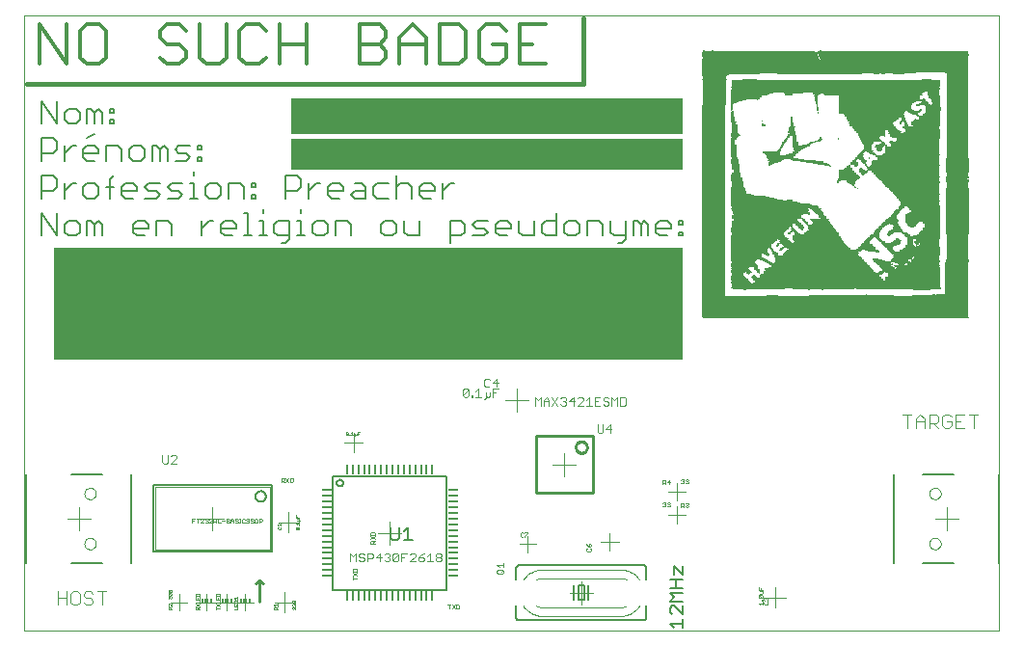
<source format=gto>
G75*
G70*
%OFA0B0*%
%FSLAX24Y24*%
%IPPOS*%
%LPD*%
%AMOC8*
5,1,8,0,0,1.08239X$1,22.5*
%
%ADD10C,0.0000*%
%ADD11C,0.0100*%
%ADD12C,0.0010*%
%ADD13C,0.0030*%
%ADD14C,0.0120*%
%ADD15C,0.0070*%
%ADD16C,0.0160*%
%ADD17R,2.1732X0.3858*%
%ADD18R,1.3543X0.1102*%
%ADD19R,0.9167X0.0033*%
%ADD20R,0.9200X0.0033*%
%ADD21R,0.9200X0.0033*%
%ADD22R,0.0767X0.0033*%
%ADD23R,0.0367X0.0033*%
%ADD24R,0.2966X0.0033*%
%ADD25R,0.1933X0.0033*%
%ADD26R,0.0767X0.0033*%
%ADD27R,0.0033X0.0033*%
%ADD28R,0.0100X0.0033*%
%ADD29R,0.1100X0.0033*%
%ADD30R,0.0833X0.0033*%
%ADD31R,0.0800X0.0033*%
%ADD32R,0.0800X0.0033*%
%ADD33R,0.0100X0.0033*%
%ADD34R,0.0066X0.0033*%
%ADD35R,0.0067X0.0033*%
%ADD36R,0.0600X0.0033*%
%ADD37R,0.1800X0.0033*%
%ADD38R,0.2134X0.0033*%
%ADD39R,0.2934X0.0033*%
%ADD40R,0.7267X0.0033*%
%ADD41R,0.7233X0.0033*%
%ADD42R,0.7233X0.0033*%
%ADD43R,0.0700X0.0033*%
%ADD44R,0.6466X0.0033*%
%ADD45R,0.0667X0.0033*%
%ADD46R,0.6433X0.0033*%
%ADD47R,0.0633X0.0033*%
%ADD48R,0.6400X0.0033*%
%ADD49R,0.0600X0.0033*%
%ADD50R,0.4500X0.0033*%
%ADD51R,0.1900X0.0033*%
%ADD52R,0.0567X0.0033*%
%ADD53R,0.4500X0.0033*%
%ADD54R,0.1900X0.0033*%
%ADD55R,0.0533X0.0033*%
%ADD56R,0.4467X0.0033*%
%ADD57R,0.0500X0.0033*%
%ADD58R,0.0200X0.0033*%
%ADD59R,0.4167X0.0033*%
%ADD60R,0.0467X0.0033*%
%ADD61R,0.0134X0.0033*%
%ADD62R,0.4133X0.0033*%
%ADD63R,0.1800X0.0033*%
%ADD64R,0.0433X0.0033*%
%ADD65R,0.0433X0.0033*%
%ADD66R,0.4233X0.0033*%
%ADD67R,0.1833X0.0033*%
%ADD68R,0.0033X0.0033*%
%ADD69R,0.4134X0.0033*%
%ADD70R,0.1833X0.0033*%
%ADD71R,0.0500X0.0033*%
%ADD72R,0.0167X0.0033*%
%ADD73R,0.3834X0.0033*%
%ADD74R,0.3800X0.0033*%
%ADD75R,0.2100X0.0033*%
%ADD76R,0.0133X0.0033*%
%ADD77R,0.3766X0.0033*%
%ADD78R,0.2033X0.0033*%
%ADD79R,0.3733X0.0033*%
%ADD80R,0.0166X0.0033*%
%ADD81R,0.3700X0.0033*%
%ADD82R,0.0467X0.0033*%
%ADD83R,0.1533X0.0033*%
%ADD84R,0.0166X0.0033*%
%ADD85R,0.3533X0.0033*%
%ADD86R,0.1500X0.0033*%
%ADD87R,0.0933X0.0033*%
%ADD88R,0.3433X0.0033*%
%ADD89R,0.1533X0.0033*%
%ADD90R,0.0933X0.0033*%
%ADD91R,0.3433X0.0033*%
%ADD92R,0.1567X0.0033*%
%ADD93R,0.0900X0.0033*%
%ADD94R,0.0233X0.0033*%
%ADD95R,0.1100X0.0033*%
%ADD96R,0.0867X0.0033*%
%ADD97R,0.0266X0.0033*%
%ADD98R,0.0833X0.0033*%
%ADD99R,0.0233X0.0033*%
%ADD100R,0.3167X0.0033*%
%ADD101R,0.0533X0.0033*%
%ADD102R,0.0200X0.0033*%
%ADD103R,0.3100X0.0033*%
%ADD104R,0.0634X0.0033*%
%ADD105R,0.0967X0.0033*%
%ADD106R,0.3067X0.0033*%
%ADD107R,0.0400X0.0033*%
%ADD108R,0.1000X0.0033*%
%ADD109R,0.0900X0.0033*%
%ADD110R,0.0267X0.0033*%
%ADD111R,0.3034X0.0033*%
%ADD112R,0.0333X0.0033*%
%ADD113R,0.0034X0.0033*%
%ADD114R,0.1167X0.0033*%
%ADD115R,0.3000X0.0033*%
%ADD116R,0.0700X0.0033*%
%ADD117R,0.0733X0.0033*%
%ADD118R,0.1133X0.0033*%
%ADD119R,0.2967X0.0033*%
%ADD120R,0.1067X0.0033*%
%ADD121R,0.2967X0.0033*%
%ADD122R,0.0667X0.0033*%
%ADD123R,0.0867X0.0033*%
%ADD124R,0.0733X0.0033*%
%ADD125R,0.1067X0.0033*%
%ADD126R,0.1600X0.0033*%
%ADD127R,0.2633X0.0033*%
%ADD128R,0.1633X0.0033*%
%ADD129R,0.0167X0.0033*%
%ADD130R,0.2600X0.0033*%
%ADD131R,0.1666X0.0033*%
%ADD132R,0.1300X0.0033*%
%ADD133R,0.2567X0.0033*%
%ADD134R,0.1700X0.0033*%
%ADD135R,0.1267X0.0033*%
%ADD136R,0.2533X0.0033*%
%ADD137R,0.1733X0.0033*%
%ADD138R,0.1267X0.0033*%
%ADD139R,0.2567X0.0033*%
%ADD140R,0.0367X0.0033*%
%ADD141R,0.1433X0.0033*%
%ADD142R,0.1400X0.0033*%
%ADD143R,0.2166X0.0033*%
%ADD144R,0.1300X0.0033*%
%ADD145R,0.0133X0.0033*%
%ADD146R,0.2167X0.0033*%
%ADD147R,0.0633X0.0033*%
%ADD148R,0.1266X0.0033*%
%ADD149R,0.1367X0.0033*%
%ADD150R,0.2300X0.0033*%
%ADD151R,0.0267X0.0033*%
%ADD152R,0.1233X0.0033*%
%ADD153R,0.2233X0.0033*%
%ADD154R,0.0466X0.0033*%
%ADD155R,0.0333X0.0033*%
%ADD156R,0.0334X0.0033*%
%ADD157R,0.1400X0.0033*%
%ADD158R,0.2200X0.0033*%
%ADD159R,0.0400X0.0033*%
%ADD160R,0.0466X0.0033*%
%ADD161R,0.0300X0.0033*%
%ADD162R,0.2200X0.0033*%
%ADD163R,0.1467X0.0033*%
%ADD164R,0.2333X0.0033*%
%ADD165R,0.1500X0.0033*%
%ADD166R,0.1733X0.0033*%
%ADD167R,0.0334X0.0033*%
%ADD168R,0.1567X0.0033*%
%ADD169R,0.0366X0.0033*%
%ADD170R,0.0234X0.0033*%
%ADD171R,0.1600X0.0033*%
%ADD172R,0.1700X0.0033*%
%ADD173R,0.1967X0.0033*%
%ADD174R,0.1166X0.0033*%
%ADD175R,0.1667X0.0033*%
%ADD176R,0.1867X0.0033*%
%ADD177R,0.1667X0.0033*%
%ADD178R,0.1200X0.0033*%
%ADD179R,0.1867X0.0033*%
%ADD180R,0.1566X0.0033*%
%ADD181R,0.0300X0.0033*%
%ADD182R,0.1233X0.0033*%
%ADD183R,0.0534X0.0033*%
%ADD184R,0.1000X0.0033*%
%ADD185R,0.0666X0.0033*%
%ADD186R,0.0034X0.0033*%
%ADD187R,0.0966X0.0033*%
%ADD188R,0.1967X0.0033*%
%ADD189R,0.0067X0.0033*%
%ADD190R,0.0866X0.0033*%
%ADD191R,0.0566X0.0033*%
%ADD192R,0.2100X0.0033*%
%ADD193R,0.0234X0.0033*%
%ADD194R,0.0566X0.0033*%
%ADD195R,0.2367X0.0033*%
%ADD196R,0.2334X0.0033*%
%ADD197R,0.0134X0.0033*%
%ADD198R,0.0434X0.0033*%
%ADD199R,0.0434X0.0033*%
%ADD200R,0.2233X0.0033*%
%ADD201R,0.0634X0.0033*%
%ADD202R,0.2434X0.0033*%
%ADD203R,0.2400X0.0033*%
%ADD204R,0.2400X0.0033*%
%ADD205R,0.1200X0.0033*%
%ADD206R,0.2433X0.0033*%
%ADD207R,0.2666X0.0033*%
%ADD208R,0.1133X0.0033*%
%ADD209R,0.2666X0.0033*%
%ADD210R,0.1066X0.0033*%
%ADD211R,0.2600X0.0033*%
%ADD212R,0.1033X0.0033*%
%ADD213R,0.2634X0.0033*%
%ADD214R,0.1033X0.0033*%
%ADD215R,0.2634X0.0033*%
%ADD216R,0.2667X0.0033*%
%ADD217R,0.3033X0.0033*%
%ADD218R,0.3033X0.0033*%
%ADD219R,0.2767X0.0033*%
%ADD220R,0.1333X0.0033*%
%ADD221R,0.2733X0.0033*%
%ADD222R,0.1333X0.0033*%
%ADD223R,0.2300X0.0033*%
%ADD224R,0.2133X0.0033*%
%ADD225R,0.1167X0.0033*%
%ADD226R,0.0066X0.0033*%
%ADD227R,0.2033X0.0033*%
%ADD228R,0.2067X0.0033*%
%ADD229R,0.0734X0.0033*%
%ADD230R,0.0734X0.0033*%
%ADD231R,0.2167X0.0033*%
%ADD232R,0.2267X0.0033*%
%ADD233R,0.2267X0.0033*%
%ADD234R,0.2500X0.0033*%
%ADD235R,0.2467X0.0033*%
%ADD236R,0.2500X0.0033*%
%ADD237R,0.2333X0.0033*%
%ADD238R,0.1066X0.0033*%
%ADD239R,0.2133X0.0033*%
%ADD240R,0.0934X0.0033*%
%ADD241R,0.0967X0.0033*%
%ADD242R,0.0266X0.0033*%
%ADD243R,0.1666X0.0033*%
%ADD244R,0.1766X0.0033*%
%ADD245R,0.1766X0.0033*%
%ADD246R,0.0966X0.0033*%
%ADD247R,0.1767X0.0033*%
%ADD248R,0.0766X0.0033*%
%ADD249R,0.2034X0.0033*%
%ADD250R,0.2034X0.0033*%
%ADD251R,0.2234X0.0033*%
%ADD252R,0.2534X0.0033*%
%ADD253R,0.0534X0.0033*%
%ADD254R,0.2534X0.0033*%
%ADD255R,0.3000X0.0033*%
%ADD256R,0.2767X0.0033*%
%ADD257R,0.2800X0.0033*%
%ADD258R,0.3367X0.0033*%
%ADD259R,0.3400X0.0033*%
%ADD260R,0.3833X0.0033*%
%ADD261R,0.6700X0.0033*%
%ADD262R,0.7200X0.0033*%
%ADD263R,0.2000X0.0033*%
%ADD264R,0.2933X0.0033*%
%ADD265R,0.7400X0.0033*%
%ADD266R,0.4067X0.0033*%
%ADD267R,0.5100X0.0033*%
%ADD268R,0.4033X0.0033*%
%ADD269R,0.5133X0.0033*%
%ADD270R,0.4033X0.0033*%
%ADD271R,0.5133X0.0033*%
%ADD272R,0.4000X0.0033*%
%ADD273R,0.5167X0.0033*%
%ADD274R,0.4000X0.0033*%
%ADD275R,0.5167X0.0033*%
%ADD276R,0.3867X0.0033*%
%ADD277R,0.5200X0.0033*%
%ADD278R,0.0059X0.0118*%
%ADD279R,0.0118X0.0118*%
%ADD280C,0.0060*%
%ADD281C,0.0020*%
%ADD282C,0.0050*%
%ADD283R,0.0110X0.0382*%
%ADD284R,0.0382X0.0110*%
%ADD285C,0.0040*%
D10*
X000128Y000229D02*
X000128Y021481D01*
X033828Y021481D01*
X033828Y000229D01*
X000128Y000229D01*
X002199Y003238D02*
X002201Y003265D01*
X002207Y003292D01*
X002216Y003318D01*
X002229Y003342D01*
X002245Y003365D01*
X002264Y003384D01*
X002286Y003401D01*
X002310Y003415D01*
X002335Y003425D01*
X002362Y003432D01*
X002389Y003435D01*
X002417Y003434D01*
X002444Y003429D01*
X002470Y003421D01*
X002494Y003409D01*
X002517Y003393D01*
X002538Y003375D01*
X002555Y003354D01*
X002570Y003330D01*
X002581Y003305D01*
X002589Y003279D01*
X002593Y003252D01*
X002593Y003224D01*
X002589Y003197D01*
X002581Y003171D01*
X002570Y003146D01*
X002555Y003122D01*
X002538Y003101D01*
X002517Y003083D01*
X002495Y003067D01*
X002470Y003055D01*
X002444Y003047D01*
X002417Y003042D01*
X002389Y003041D01*
X002362Y003044D01*
X002335Y003051D01*
X002310Y003061D01*
X002286Y003075D01*
X002264Y003092D01*
X002245Y003111D01*
X002229Y003134D01*
X002216Y003158D01*
X002207Y003184D01*
X002201Y003211D01*
X002199Y003238D01*
X002003Y003704D02*
X002003Y004504D01*
X001603Y004104D02*
X002403Y004104D01*
X002199Y004970D02*
X002201Y004997D01*
X002207Y005024D01*
X002216Y005050D01*
X002229Y005074D01*
X002245Y005097D01*
X002264Y005116D01*
X002286Y005133D01*
X002310Y005147D01*
X002335Y005157D01*
X002362Y005164D01*
X002389Y005167D01*
X002417Y005166D01*
X002444Y005161D01*
X002470Y005153D01*
X002494Y005141D01*
X002517Y005125D01*
X002538Y005107D01*
X002555Y005086D01*
X002570Y005062D01*
X002581Y005037D01*
X002589Y005011D01*
X002593Y004984D01*
X002593Y004956D01*
X002589Y004929D01*
X002581Y004903D01*
X002570Y004878D01*
X002555Y004854D01*
X002538Y004833D01*
X002517Y004815D01*
X002495Y004799D01*
X002470Y004787D01*
X002444Y004779D01*
X002417Y004774D01*
X002389Y004773D01*
X002362Y004776D01*
X002335Y004783D01*
X002310Y004793D01*
X002286Y004807D01*
X002264Y004824D01*
X002245Y004843D01*
X002229Y004866D01*
X002216Y004890D01*
X002207Y004916D01*
X002201Y004943D01*
X002199Y004970D01*
X006228Y004104D02*
X007028Y004104D01*
X006628Y003704D02*
X006628Y004504D01*
X008911Y003979D02*
X009594Y003979D01*
X009253Y003637D02*
X009253Y004321D01*
X012353Y003604D02*
X013153Y003604D01*
X012753Y003204D02*
X012753Y004004D01*
X011503Y006404D02*
X011503Y007054D01*
X011178Y006729D02*
X011828Y006729D01*
X016735Y008182D02*
X017535Y008182D01*
X017135Y007782D02*
X017135Y008582D01*
X018789Y006377D02*
X018789Y005577D01*
X018389Y005977D02*
X019189Y005977D01*
X022383Y005035D02*
X022974Y005035D01*
X022679Y004740D02*
X022679Y005331D01*
X022679Y004534D02*
X022679Y003942D01*
X022974Y004238D02*
X022383Y004238D01*
X020673Y003300D02*
X020054Y003300D01*
X020364Y002990D02*
X020364Y003610D01*
X019378Y001939D02*
X019378Y001139D01*
X018978Y001539D02*
X019778Y001539D01*
X017817Y003221D02*
X017241Y003221D01*
X017529Y002933D02*
X017529Y003509D01*
X009469Y001210D02*
X008786Y001210D01*
X009128Y000869D02*
X009128Y001552D01*
X008036Y001210D02*
X007469Y001210D01*
X007411Y001210D02*
X006844Y001210D01*
X006707Y001210D02*
X006140Y001210D01*
X006424Y000927D02*
X006424Y001494D01*
X005753Y001210D02*
X005187Y001210D01*
X005470Y000927D02*
X005470Y001494D01*
X007128Y001494D02*
X007128Y000927D01*
X007753Y000927D02*
X007753Y001494D01*
X025739Y001372D02*
X026435Y001372D01*
X026087Y001024D02*
X026087Y001720D01*
X031410Y003238D02*
X031412Y003265D01*
X031418Y003292D01*
X031427Y003318D01*
X031440Y003342D01*
X031456Y003365D01*
X031475Y003384D01*
X031497Y003401D01*
X031521Y003415D01*
X031546Y003425D01*
X031573Y003432D01*
X031600Y003435D01*
X031628Y003434D01*
X031655Y003429D01*
X031681Y003421D01*
X031705Y003409D01*
X031728Y003393D01*
X031749Y003375D01*
X031766Y003354D01*
X031781Y003330D01*
X031792Y003305D01*
X031800Y003279D01*
X031804Y003252D01*
X031804Y003224D01*
X031800Y003197D01*
X031792Y003171D01*
X031781Y003146D01*
X031766Y003122D01*
X031749Y003101D01*
X031728Y003083D01*
X031706Y003067D01*
X031681Y003055D01*
X031655Y003047D01*
X031628Y003042D01*
X031600Y003041D01*
X031573Y003044D01*
X031546Y003051D01*
X031521Y003061D01*
X031497Y003075D01*
X031475Y003092D01*
X031456Y003111D01*
X031440Y003134D01*
X031427Y003158D01*
X031418Y003184D01*
X031412Y003211D01*
X031410Y003238D01*
X032001Y003704D02*
X032001Y004504D01*
X031601Y004104D02*
X032401Y004104D01*
X031410Y004970D02*
X031412Y004997D01*
X031418Y005024D01*
X031427Y005050D01*
X031440Y005074D01*
X031456Y005097D01*
X031475Y005116D01*
X031497Y005133D01*
X031521Y005147D01*
X031546Y005157D01*
X031573Y005164D01*
X031600Y005167D01*
X031628Y005166D01*
X031655Y005161D01*
X031681Y005153D01*
X031705Y005141D01*
X031728Y005125D01*
X031749Y005107D01*
X031766Y005086D01*
X031781Y005062D01*
X031792Y005037D01*
X031800Y005011D01*
X031804Y004984D01*
X031804Y004956D01*
X031800Y004929D01*
X031792Y004903D01*
X031781Y004878D01*
X031766Y004854D01*
X031749Y004833D01*
X031728Y004815D01*
X031706Y004799D01*
X031681Y004787D01*
X031655Y004779D01*
X031628Y004774D01*
X031600Y004773D01*
X031573Y004776D01*
X031546Y004783D01*
X031521Y004793D01*
X031497Y004807D01*
X031475Y004824D01*
X031456Y004843D01*
X031440Y004866D01*
X031427Y004890D01*
X031418Y004916D01*
X031412Y004943D01*
X031410Y004970D01*
D11*
X019773Y004993D02*
X019773Y006961D01*
X017805Y006961D01*
X017805Y004993D01*
X019773Y004993D01*
X019183Y006568D02*
X019185Y006595D01*
X019191Y006622D01*
X019200Y006648D01*
X019213Y006672D01*
X019229Y006695D01*
X019248Y006714D01*
X019270Y006731D01*
X019294Y006745D01*
X019319Y006755D01*
X019346Y006762D01*
X019373Y006765D01*
X019401Y006764D01*
X019428Y006759D01*
X019454Y006751D01*
X019478Y006739D01*
X019501Y006723D01*
X019522Y006705D01*
X019539Y006684D01*
X019554Y006660D01*
X019565Y006635D01*
X019573Y006609D01*
X019577Y006582D01*
X019577Y006554D01*
X019573Y006527D01*
X019565Y006501D01*
X019554Y006476D01*
X019539Y006452D01*
X019522Y006431D01*
X019501Y006413D01*
X019479Y006397D01*
X019454Y006385D01*
X019428Y006377D01*
X019401Y006372D01*
X019373Y006371D01*
X019346Y006374D01*
X019319Y006381D01*
X019294Y006391D01*
X019270Y006405D01*
X019248Y006422D01*
X019229Y006441D01*
X019213Y006464D01*
X019200Y006488D01*
X019191Y006514D01*
X019185Y006541D01*
X019183Y006568D01*
X008378Y001854D02*
X008253Y001979D01*
X008128Y001854D01*
X008253Y001979D02*
X008253Y001229D01*
D12*
X008758Y001119D02*
X008796Y001080D01*
X008815Y001042D02*
X008834Y001023D01*
X008834Y000965D01*
X008873Y000965D02*
X008758Y000965D01*
X008758Y001023D01*
X008777Y001042D01*
X008815Y001042D01*
X008834Y001004D02*
X008873Y001042D01*
X008873Y001080D02*
X008873Y001157D01*
X008873Y001119D02*
X008758Y001119D01*
X009383Y001138D02*
X009402Y001157D01*
X009421Y001157D01*
X009440Y001138D01*
X009459Y001157D01*
X009478Y001157D01*
X009498Y001138D01*
X009498Y001100D01*
X009478Y001080D01*
X009478Y001042D02*
X009498Y001023D01*
X009498Y000985D01*
X009478Y000965D01*
X009440Y001004D02*
X009440Y001023D01*
X009459Y001042D01*
X009478Y001042D01*
X009440Y001023D02*
X009421Y001042D01*
X009402Y001042D01*
X009383Y001023D01*
X009383Y000985D01*
X009402Y000965D01*
X009402Y001080D02*
X009383Y001100D01*
X009383Y001138D01*
X009440Y001138D02*
X009440Y001119D01*
X009402Y001196D02*
X009383Y001215D01*
X009383Y001253D01*
X009402Y001272D01*
X009478Y001196D01*
X009498Y001215D01*
X009498Y001253D01*
X009478Y001272D01*
X009402Y001272D01*
X009402Y001196D02*
X009478Y001196D01*
X007498Y001196D02*
X007498Y001253D01*
X007478Y001272D01*
X007402Y001272D01*
X007383Y001253D01*
X007383Y001196D01*
X007498Y001196D01*
X007498Y001157D02*
X007498Y001080D01*
X007383Y001080D01*
X007383Y001157D01*
X007440Y001119D02*
X007440Y001080D01*
X007498Y001042D02*
X007498Y000965D01*
X007383Y000965D01*
X007421Y001311D02*
X007383Y001349D01*
X007498Y001349D01*
X007498Y001311D02*
X007498Y001387D01*
X006873Y001387D02*
X006873Y001311D01*
X006758Y001311D01*
X006758Y001387D01*
X006758Y001426D02*
X006758Y001483D01*
X006777Y001502D01*
X006853Y001502D01*
X006873Y001483D01*
X006873Y001426D01*
X006758Y001426D01*
X006815Y001349D02*
X006815Y001311D01*
X006873Y001272D02*
X006873Y001196D01*
X006758Y001196D01*
X006758Y001157D02*
X006873Y001080D01*
X006873Y001004D02*
X006758Y001004D01*
X006758Y001042D02*
X006758Y000965D01*
X006758Y001080D02*
X006873Y001157D01*
X006169Y001157D02*
X006054Y001080D01*
X006073Y001042D02*
X006111Y001042D01*
X006130Y001023D01*
X006130Y000965D01*
X006130Y001004D02*
X006169Y001042D01*
X006169Y001080D02*
X006054Y001157D01*
X006054Y001196D02*
X006169Y001196D01*
X006169Y001272D01*
X006169Y001311D02*
X006169Y001387D01*
X006169Y001426D02*
X006169Y001483D01*
X006150Y001502D01*
X006073Y001502D01*
X006054Y001483D01*
X006054Y001426D01*
X006169Y001426D01*
X006111Y001349D02*
X006111Y001311D01*
X006054Y001311D02*
X006169Y001311D01*
X006054Y001311D02*
X006054Y001387D01*
X006073Y001042D02*
X006054Y001023D01*
X006054Y000965D01*
X006169Y000965D01*
X005215Y000965D02*
X005105Y000965D01*
X005105Y001020D01*
X005123Y001039D01*
X005160Y001039D01*
X005178Y001020D01*
X005178Y000965D01*
X005178Y001002D02*
X005215Y001039D01*
X005215Y001076D02*
X005142Y001149D01*
X005123Y001149D01*
X005105Y001131D01*
X005105Y001094D01*
X005123Y001076D01*
X005215Y001076D02*
X005215Y001149D01*
X005197Y001340D02*
X005215Y001359D01*
X005215Y001395D01*
X005197Y001414D01*
X005178Y001414D01*
X005160Y001395D01*
X005160Y001377D01*
X005160Y001395D02*
X005142Y001414D01*
X005123Y001414D01*
X005105Y001395D01*
X005105Y001359D01*
X005123Y001340D01*
X005123Y001451D02*
X005105Y001469D01*
X005105Y001506D01*
X005123Y001524D01*
X005142Y001524D01*
X005160Y001506D01*
X005178Y001524D01*
X005197Y001524D01*
X005215Y001506D01*
X005215Y001469D01*
X005197Y001451D01*
X005160Y001488D02*
X005160Y001506D01*
X005123Y001561D02*
X005105Y001580D01*
X005105Y001616D01*
X005123Y001635D01*
X005197Y001561D01*
X005215Y001580D01*
X005215Y001616D01*
X005197Y001635D01*
X005123Y001635D01*
X005123Y001561D02*
X005197Y001561D01*
X005927Y003949D02*
X005927Y004099D01*
X006027Y004099D01*
X006074Y004099D02*
X006175Y004099D01*
X006124Y004099D02*
X006124Y003949D01*
X006222Y003949D02*
X006322Y004049D01*
X006322Y004074D01*
X006297Y004099D01*
X006247Y004099D01*
X006222Y004074D01*
X006222Y003949D02*
X006322Y003949D01*
X006369Y003974D02*
X006394Y003949D01*
X006444Y003949D01*
X006469Y003974D01*
X006469Y003999D01*
X006444Y004024D01*
X006419Y004024D01*
X006444Y004024D02*
X006469Y004049D01*
X006469Y004074D01*
X006444Y004099D01*
X006394Y004099D01*
X006369Y004074D01*
X006516Y004074D02*
X006541Y004099D01*
X006591Y004099D01*
X006617Y004074D01*
X006617Y004049D01*
X006516Y003949D01*
X006617Y003949D01*
X006664Y003949D02*
X006664Y004099D01*
X006739Y004099D01*
X006764Y004074D01*
X006764Y004024D01*
X006739Y003999D01*
X006664Y003999D01*
X006714Y003999D02*
X006764Y003949D01*
X006811Y003949D02*
X006911Y003949D01*
X006958Y004024D02*
X007058Y004024D01*
X007106Y004024D02*
X007181Y004024D01*
X007206Y003999D01*
X007206Y003974D01*
X007181Y003949D01*
X007106Y003949D01*
X007106Y004099D01*
X007181Y004099D01*
X007206Y004074D01*
X007206Y004049D01*
X007181Y004024D01*
X007253Y004024D02*
X007353Y004024D01*
X007353Y004049D02*
X007353Y003949D01*
X007400Y003974D02*
X007425Y003949D01*
X007475Y003949D01*
X007500Y003974D01*
X007500Y003999D01*
X007475Y004024D01*
X007425Y004024D01*
X007400Y004049D01*
X007400Y004074D01*
X007425Y004099D01*
X007475Y004099D01*
X007500Y004074D01*
X007548Y004099D02*
X007598Y004099D01*
X007573Y004099D02*
X007573Y003949D01*
X007548Y003949D02*
X007598Y003949D01*
X007646Y003974D02*
X007671Y003949D01*
X007721Y003949D01*
X007746Y003974D01*
X007793Y003974D02*
X007818Y003949D01*
X007868Y003949D01*
X007893Y003974D01*
X007893Y003999D01*
X007868Y004024D01*
X007818Y004024D01*
X007793Y004049D01*
X007793Y004074D01*
X007818Y004099D01*
X007868Y004099D01*
X007893Y004074D01*
X007941Y004074D02*
X007941Y004049D01*
X007966Y004024D01*
X008016Y004024D01*
X008041Y003999D01*
X008041Y003974D01*
X008016Y003949D01*
X007966Y003949D01*
X007941Y003974D01*
X007941Y004074D02*
X007966Y004099D01*
X008016Y004099D01*
X008041Y004074D01*
X008088Y004074D02*
X008088Y003974D01*
X008113Y003949D01*
X008163Y003949D01*
X008188Y003974D01*
X008188Y004074D01*
X008163Y004099D01*
X008113Y004099D01*
X008088Y004074D01*
X008235Y004099D02*
X008310Y004099D01*
X008335Y004074D01*
X008335Y004024D01*
X008310Y003999D01*
X008235Y003999D01*
X008235Y003949D02*
X008235Y004099D01*
X007746Y004074D02*
X007721Y004099D01*
X007671Y004099D01*
X007646Y004074D01*
X007646Y003974D01*
X007353Y004049D02*
X007303Y004099D01*
X007253Y004049D01*
X007253Y003949D01*
X006811Y003949D02*
X006811Y004099D01*
X005977Y004024D02*
X005927Y004024D01*
X008883Y003907D02*
X008883Y003868D01*
X008902Y003849D01*
X008902Y003811D02*
X008883Y003792D01*
X008883Y003753D01*
X008902Y003734D01*
X008978Y003734D01*
X008998Y003753D01*
X008998Y003792D01*
X008978Y003811D01*
X008998Y003849D02*
X008921Y003926D01*
X008902Y003926D01*
X008883Y003907D01*
X008998Y003926D02*
X008998Y003849D01*
X009508Y003792D02*
X009527Y003811D01*
X009603Y003734D01*
X009623Y003753D01*
X009623Y003792D01*
X009603Y003811D01*
X009527Y003811D01*
X009508Y003792D02*
X009508Y003753D01*
X009527Y003734D01*
X009603Y003734D01*
X009603Y003849D02*
X009603Y003868D01*
X009623Y003868D01*
X009623Y003849D01*
X009603Y003849D01*
X009623Y003907D02*
X009623Y003983D01*
X009623Y003945D02*
X009508Y003945D01*
X009546Y003907D01*
X009565Y004041D02*
X009603Y004041D01*
X009642Y004041D01*
X009661Y004022D01*
X009623Y004060D02*
X009623Y004079D01*
X009603Y004098D01*
X009565Y004098D01*
X009565Y004137D02*
X009565Y004175D01*
X009508Y004137D02*
X009508Y004214D01*
X009508Y004137D02*
X009623Y004137D01*
X009623Y004060D02*
X009603Y004041D01*
X009377Y005359D02*
X009402Y005384D01*
X009402Y005484D01*
X009377Y005509D01*
X009302Y005509D01*
X009302Y005359D01*
X009377Y005359D01*
X009255Y005359D02*
X009155Y005509D01*
X009108Y005484D02*
X009108Y005434D01*
X009083Y005409D01*
X009008Y005409D01*
X009058Y005409D02*
X009108Y005359D01*
X009155Y005359D02*
X009255Y005509D01*
X009108Y005484D02*
X009083Y005509D01*
X009008Y005509D01*
X009008Y005359D01*
X011240Y007003D02*
X011259Y006984D01*
X011297Y006984D01*
X011316Y007003D01*
X011316Y007080D01*
X011240Y007003D01*
X011240Y007080D01*
X011259Y007099D01*
X011297Y007099D01*
X011316Y007080D01*
X011355Y007003D02*
X011374Y007003D01*
X011374Y006984D01*
X011355Y006984D01*
X011355Y007003D01*
X011412Y006984D02*
X011489Y006984D01*
X011451Y006984D02*
X011451Y007099D01*
X011412Y007061D01*
X011547Y007042D02*
X011547Y007003D01*
X011547Y006965D01*
X011527Y006946D01*
X011566Y006984D02*
X011547Y007003D01*
X011566Y006984D02*
X011585Y006984D01*
X011604Y007003D01*
X011604Y007042D01*
X011642Y007042D02*
X011681Y007042D01*
X011719Y007099D02*
X011642Y007099D01*
X011642Y006984D01*
X012122Y003629D02*
X012097Y003604D01*
X012097Y003529D01*
X012248Y003529D01*
X012248Y003604D01*
X012223Y003629D01*
X012122Y003629D01*
X012097Y003482D02*
X012248Y003381D01*
X012248Y003334D02*
X012198Y003284D01*
X012198Y003309D02*
X012198Y003234D01*
X012248Y003234D02*
X012097Y003234D01*
X012097Y003309D01*
X012122Y003334D01*
X012172Y003334D01*
X012198Y003309D01*
X012097Y003381D02*
X012248Y003482D01*
X011598Y002379D02*
X011497Y002379D01*
X011472Y002354D01*
X011472Y002279D01*
X011623Y002279D01*
X011623Y002354D01*
X011598Y002379D01*
X011623Y002232D02*
X011472Y002131D01*
X011472Y002084D02*
X011472Y001984D01*
X011472Y002034D02*
X011623Y002034D01*
X011623Y002131D02*
X011472Y002232D01*
X014758Y001134D02*
X014858Y001134D01*
X014905Y001134D02*
X015005Y000984D01*
X015052Y000984D02*
X015127Y000984D01*
X015152Y001009D01*
X015152Y001109D01*
X015127Y001134D01*
X015052Y001134D01*
X015052Y000984D01*
X014905Y000984D02*
X015005Y001134D01*
X014808Y001134D02*
X014808Y000984D01*
X017309Y003476D02*
X017359Y003476D01*
X017384Y003501D01*
X017431Y003501D02*
X017431Y003476D01*
X017431Y003501D02*
X017532Y003601D01*
X017532Y003626D01*
X017431Y003626D01*
X017384Y003601D02*
X017359Y003626D01*
X017309Y003626D01*
X017284Y003601D01*
X017284Y003501D01*
X017309Y003476D01*
X019565Y003224D02*
X019590Y003174D01*
X019640Y003124D01*
X019640Y003199D01*
X019665Y003224D01*
X019690Y003224D01*
X019715Y003199D01*
X019715Y003149D01*
X019690Y003124D01*
X019640Y003124D01*
X019590Y003076D02*
X019565Y003051D01*
X019565Y003001D01*
X019590Y002976D01*
X019690Y002976D01*
X019715Y003001D01*
X019715Y003051D01*
X019690Y003076D01*
X022198Y004542D02*
X022223Y004517D01*
X022273Y004517D01*
X022298Y004542D01*
X022298Y004567D01*
X022273Y004592D01*
X022248Y004592D01*
X022273Y004592D02*
X022298Y004617D01*
X022298Y004642D01*
X022273Y004667D01*
X022223Y004667D01*
X022198Y004642D01*
X022345Y004642D02*
X022370Y004667D01*
X022420Y004667D01*
X022445Y004642D01*
X022445Y004617D01*
X022420Y004592D01*
X022445Y004567D01*
X022445Y004542D01*
X022420Y004517D01*
X022370Y004517D01*
X022345Y004542D01*
X022395Y004592D02*
X022420Y004592D01*
X022827Y004543D02*
X022903Y004543D01*
X022928Y004568D01*
X022928Y004618D01*
X022903Y004643D01*
X022827Y004643D01*
X022827Y004493D01*
X022877Y004543D02*
X022928Y004493D01*
X022975Y004518D02*
X023000Y004493D01*
X023050Y004493D01*
X023075Y004518D01*
X023075Y004543D01*
X023050Y004568D01*
X023025Y004568D01*
X023050Y004568D02*
X023075Y004593D01*
X023075Y004618D01*
X023050Y004643D01*
X023000Y004643D01*
X022975Y004618D01*
X023000Y005314D02*
X022975Y005339D01*
X023000Y005314D02*
X023050Y005314D01*
X023075Y005339D01*
X023075Y005364D01*
X023050Y005389D01*
X023025Y005389D01*
X023050Y005389D02*
X023075Y005414D01*
X023075Y005439D01*
X023050Y005464D01*
X023000Y005464D01*
X022975Y005439D01*
X022928Y005439D02*
X022928Y005414D01*
X022903Y005389D01*
X022928Y005364D01*
X022928Y005339D01*
X022903Y005314D01*
X022852Y005314D01*
X022827Y005339D01*
X022877Y005389D02*
X022903Y005389D01*
X022928Y005439D02*
X022903Y005464D01*
X022852Y005464D01*
X022827Y005439D01*
X022445Y005365D02*
X022345Y005365D01*
X022420Y005440D01*
X022420Y005290D01*
X022298Y005290D02*
X022248Y005340D01*
X022273Y005340D02*
X022198Y005340D01*
X022198Y005290D02*
X022198Y005440D01*
X022273Y005440D01*
X022298Y005415D01*
X022298Y005365D01*
X022273Y005340D01*
X025501Y001743D02*
X025501Y001642D01*
X025651Y001642D01*
X025651Y001595D02*
X025551Y001595D01*
X025576Y001642D02*
X025576Y001693D01*
X025651Y001595D02*
X025651Y001520D01*
X025626Y001495D01*
X025551Y001495D01*
X025526Y001448D02*
X025626Y001348D01*
X025651Y001373D01*
X025651Y001423D01*
X025626Y001448D01*
X025526Y001448D01*
X025501Y001423D01*
X025501Y001373D01*
X025526Y001348D01*
X025626Y001348D01*
X025626Y001299D02*
X025651Y001299D01*
X025651Y001274D01*
X025626Y001274D01*
X025626Y001299D01*
X025682Y001299D02*
X025682Y001349D01*
X025707Y001374D01*
X025732Y001374D01*
X025757Y001349D01*
X025782Y001374D01*
X025807Y001374D01*
X025832Y001349D01*
X025832Y001299D01*
X025807Y001274D01*
X025807Y001227D02*
X025832Y001202D01*
X025832Y001152D01*
X025807Y001127D01*
X025707Y001127D01*
X025682Y001152D01*
X025682Y001202D01*
X025707Y001227D01*
X025707Y001274D02*
X025682Y001299D01*
X025651Y001227D02*
X025651Y001127D01*
X025651Y001177D02*
X025501Y001177D01*
X025551Y001127D01*
X025757Y001324D02*
X025757Y001349D01*
D13*
X020374Y007063D02*
X020374Y007353D01*
X020229Y007208D01*
X020422Y007208D01*
X020127Y007111D02*
X020127Y007353D01*
X019934Y007353D02*
X019934Y007111D01*
X019982Y007063D01*
X020079Y007063D01*
X020127Y007111D01*
X020182Y008008D02*
X020134Y008056D01*
X020182Y008008D02*
X020279Y008008D01*
X020327Y008056D01*
X020327Y008105D01*
X020279Y008153D01*
X020182Y008153D01*
X020134Y008201D01*
X020134Y008250D01*
X020182Y008298D01*
X020279Y008298D01*
X020327Y008250D01*
X020428Y008298D02*
X020428Y008008D01*
X020622Y008008D02*
X020622Y008298D01*
X020525Y008201D01*
X020428Y008298D01*
X020723Y008298D02*
X020723Y008008D01*
X020868Y008008D01*
X020916Y008056D01*
X020916Y008250D01*
X020868Y008298D01*
X020723Y008298D01*
X020032Y008298D02*
X019839Y008298D01*
X019839Y008008D01*
X020032Y008008D01*
X019936Y008153D02*
X019839Y008153D01*
X019738Y008008D02*
X019544Y008008D01*
X019641Y008008D02*
X019641Y008298D01*
X019544Y008201D01*
X019443Y008201D02*
X019443Y008250D01*
X019395Y008298D01*
X019298Y008298D01*
X019250Y008250D01*
X019149Y008153D02*
X018955Y008153D01*
X019100Y008298D01*
X019100Y008008D01*
X019250Y008008D02*
X019443Y008201D01*
X019443Y008008D02*
X019250Y008008D01*
X018854Y008056D02*
X018854Y008105D01*
X018805Y008153D01*
X018757Y008153D01*
X018805Y008153D02*
X018854Y008201D01*
X018854Y008250D01*
X018805Y008298D01*
X018709Y008298D01*
X018660Y008250D01*
X018559Y008298D02*
X018366Y008008D01*
X018265Y008008D02*
X018265Y008201D01*
X018168Y008298D01*
X018071Y008201D01*
X018071Y008008D01*
X017970Y008008D02*
X017970Y008298D01*
X017873Y008201D01*
X017776Y008298D01*
X017776Y008008D01*
X018071Y008153D02*
X018265Y008153D01*
X018366Y008298D02*
X018559Y008008D01*
X018660Y008056D02*
X018709Y008008D01*
X018805Y008008D01*
X018854Y008056D01*
X016512Y008602D02*
X016318Y008602D01*
X016318Y008312D01*
X016217Y008360D02*
X016217Y008457D01*
X016217Y008360D02*
X016169Y008312D01*
X016120Y008312D01*
X016072Y008360D01*
X016072Y008264D01*
X016024Y008215D01*
X015923Y008312D02*
X015729Y008312D01*
X015826Y008312D02*
X015826Y008602D01*
X015729Y008505D01*
X015630Y008360D02*
X015630Y008312D01*
X015582Y008312D01*
X015582Y008360D01*
X015630Y008360D01*
X015481Y008360D02*
X015481Y008554D01*
X015287Y008360D01*
X015335Y008312D01*
X015432Y008312D01*
X015481Y008360D01*
X015481Y008554D02*
X015432Y008602D01*
X015335Y008602D01*
X015287Y008554D01*
X015287Y008360D01*
X016072Y008360D02*
X016072Y008457D01*
X016072Y008651D02*
X016169Y008651D01*
X016217Y008699D01*
X016318Y008796D02*
X016512Y008796D01*
X016464Y008941D02*
X016318Y008796D01*
X016217Y008892D02*
X016169Y008941D01*
X016072Y008941D01*
X016024Y008892D01*
X016024Y008699D01*
X016072Y008651D01*
X016318Y008457D02*
X016415Y008457D01*
X016464Y008651D02*
X016464Y008941D01*
X014484Y002909D02*
X014533Y002861D01*
X014533Y002813D01*
X014484Y002764D01*
X014387Y002764D01*
X014339Y002813D01*
X014339Y002861D01*
X014387Y002909D01*
X014484Y002909D01*
X014484Y002764D02*
X014533Y002716D01*
X014533Y002668D01*
X014484Y002619D01*
X014387Y002619D01*
X014339Y002668D01*
X014339Y002716D01*
X014387Y002764D01*
X014238Y002619D02*
X014044Y002619D01*
X014141Y002619D02*
X014141Y002909D01*
X014044Y002813D01*
X013943Y002909D02*
X013847Y002861D01*
X013750Y002764D01*
X013895Y002764D01*
X013943Y002716D01*
X013943Y002668D01*
X013895Y002619D01*
X013798Y002619D01*
X013750Y002668D01*
X013750Y002764D01*
X013649Y002813D02*
X013649Y002861D01*
X013600Y002909D01*
X013503Y002909D01*
X013455Y002861D01*
X013354Y002909D02*
X013160Y002909D01*
X013160Y002619D01*
X013059Y002668D02*
X013011Y002619D01*
X012914Y002619D01*
X012866Y002668D01*
X013059Y002861D01*
X013059Y002668D01*
X013160Y002764D02*
X013257Y002764D01*
X013059Y002861D02*
X013011Y002909D01*
X012914Y002909D01*
X012866Y002861D01*
X012866Y002668D01*
X012765Y002668D02*
X012716Y002619D01*
X012620Y002619D01*
X012571Y002668D01*
X012668Y002764D02*
X012716Y002764D01*
X012765Y002716D01*
X012765Y002668D01*
X012716Y002764D02*
X012765Y002813D01*
X012765Y002861D01*
X012716Y002909D01*
X012620Y002909D01*
X012571Y002861D01*
X012470Y002764D02*
X012277Y002764D01*
X012422Y002909D01*
X012422Y002619D01*
X012175Y002764D02*
X012127Y002716D01*
X011982Y002716D01*
X011982Y002619D02*
X011982Y002909D01*
X012127Y002909D01*
X012175Y002861D01*
X012175Y002764D01*
X011881Y002716D02*
X011881Y002668D01*
X011832Y002619D01*
X011736Y002619D01*
X011687Y002668D01*
X011736Y002764D02*
X011832Y002764D01*
X011881Y002716D01*
X011881Y002861D02*
X011832Y002909D01*
X011736Y002909D01*
X011687Y002861D01*
X011687Y002813D01*
X011736Y002764D01*
X011586Y002909D02*
X011586Y002619D01*
X011393Y002619D02*
X011393Y002909D01*
X011489Y002813D01*
X011586Y002909D01*
X013455Y002619D02*
X013649Y002813D01*
X013649Y002619D02*
X013455Y002619D01*
X005384Y006013D02*
X005190Y006013D01*
X005384Y006206D01*
X005384Y006255D01*
X005336Y006303D01*
X005239Y006303D01*
X005190Y006255D01*
X005089Y006303D02*
X005089Y006061D01*
X005041Y006013D01*
X004944Y006013D01*
X004896Y006061D01*
X004896Y006303D01*
D14*
X005034Y019817D02*
X004804Y020047D01*
X005034Y019817D02*
X005494Y019817D01*
X005724Y020047D01*
X005724Y020277D01*
X005494Y020507D01*
X005034Y020507D01*
X004804Y020737D01*
X004804Y020968D01*
X005034Y021198D01*
X005494Y021198D01*
X005724Y020968D01*
X006185Y021198D02*
X006185Y020047D01*
X006415Y019817D01*
X006875Y019817D01*
X007106Y020047D01*
X007106Y021198D01*
X007566Y020968D02*
X007566Y020047D01*
X007796Y019817D01*
X008256Y019817D01*
X008487Y020047D01*
X008947Y019817D02*
X008947Y021198D01*
X008487Y020968D02*
X008256Y021198D01*
X007796Y021198D01*
X007566Y020968D01*
X008947Y020507D02*
X009868Y020507D01*
X009868Y019817D02*
X009868Y021198D01*
X011709Y021198D02*
X012400Y021198D01*
X012630Y020968D01*
X012630Y020737D01*
X012400Y020507D01*
X011709Y020507D01*
X012400Y020507D02*
X012630Y020277D01*
X012630Y020047D01*
X012400Y019817D01*
X011709Y019817D01*
X011709Y021198D01*
X013091Y020737D02*
X013551Y021198D01*
X014011Y020737D01*
X014011Y019817D01*
X014472Y019817D02*
X015162Y019817D01*
X015393Y020047D01*
X015393Y020968D01*
X015162Y021198D01*
X014472Y021198D01*
X014472Y019817D01*
X014011Y020507D02*
X013091Y020507D01*
X013091Y020737D02*
X013091Y019817D01*
X015853Y020047D02*
X016083Y019817D01*
X016544Y019817D01*
X016774Y020047D01*
X016774Y020507D01*
X016313Y020507D01*
X015853Y020047D02*
X015853Y020968D01*
X016083Y021198D01*
X016544Y021198D01*
X016774Y020968D01*
X017234Y021198D02*
X017234Y019817D01*
X018155Y019817D01*
X017695Y020507D02*
X017234Y020507D01*
X017234Y021198D02*
X018155Y021198D01*
X002962Y020968D02*
X002962Y020047D01*
X002732Y019817D01*
X002271Y019817D01*
X002041Y020047D01*
X002041Y020968D01*
X002271Y021198D01*
X002732Y021198D01*
X002962Y020968D01*
X001581Y021198D02*
X001581Y019817D01*
X000660Y021198D01*
X000660Y019817D01*
D15*
X000714Y018541D02*
X001241Y017751D01*
X001241Y018541D01*
X001506Y018146D02*
X001506Y017882D01*
X001637Y017751D01*
X001901Y017751D01*
X002033Y017882D01*
X002033Y018146D01*
X001901Y018278D01*
X001637Y018278D01*
X001506Y018146D01*
X002297Y018278D02*
X002297Y017751D01*
X002561Y017751D02*
X002561Y018146D01*
X002693Y018278D01*
X002825Y018146D01*
X002825Y017751D01*
X003089Y017751D02*
X003089Y017882D01*
X003221Y017882D01*
X003221Y017751D01*
X003089Y017751D01*
X003089Y018146D02*
X003089Y018278D01*
X003221Y018278D01*
X003221Y018146D01*
X003089Y018146D01*
X002561Y018146D02*
X002429Y018278D01*
X002297Y018278D01*
X002561Y017383D02*
X002297Y017251D01*
X002297Y016988D02*
X002561Y016988D01*
X002693Y016856D01*
X002693Y016724D01*
X002166Y016724D01*
X002166Y016592D02*
X002166Y016856D01*
X002297Y016988D01*
X001901Y016988D02*
X001769Y016988D01*
X001506Y016724D01*
X001506Y016461D02*
X001506Y016988D01*
X001241Y017119D02*
X001241Y016856D01*
X001109Y016724D01*
X000714Y016724D01*
X000714Y016461D02*
X000714Y017251D01*
X001109Y017251D01*
X001241Y017119D01*
X000714Y017751D02*
X000714Y018541D01*
X002957Y016988D02*
X003353Y016988D01*
X003485Y016856D01*
X003485Y016461D01*
X003749Y016592D02*
X003881Y016461D01*
X004145Y016461D01*
X004276Y016592D01*
X004276Y016856D01*
X004145Y016988D01*
X003881Y016988D01*
X003749Y016856D01*
X003749Y016592D01*
X004541Y016461D02*
X004541Y016988D01*
X004673Y016988D01*
X004805Y016856D01*
X004936Y016988D01*
X005068Y016856D01*
X005068Y016461D01*
X004805Y016461D02*
X004805Y016856D01*
X005333Y016856D02*
X005465Y016988D01*
X005860Y016988D01*
X006125Y016988D02*
X006125Y016856D01*
X006257Y016856D01*
X006257Y016988D01*
X006125Y016988D01*
X006125Y016592D02*
X006125Y016461D01*
X006257Y016461D01*
X006257Y016592D01*
X006125Y016592D01*
X005860Y016592D02*
X005728Y016724D01*
X005465Y016724D01*
X005333Y016856D01*
X005333Y016461D02*
X005728Y016461D01*
X005860Y016592D01*
X005993Y016093D02*
X005993Y015961D01*
X005993Y015698D02*
X005993Y015171D01*
X006124Y015171D02*
X005861Y015171D01*
X005596Y015302D02*
X005464Y015434D01*
X005201Y015434D01*
X005069Y015566D01*
X005201Y015698D01*
X005596Y015698D01*
X005861Y015698D02*
X005993Y015698D01*
X006389Y015566D02*
X006389Y015302D01*
X006521Y015171D01*
X006784Y015171D01*
X006916Y015302D01*
X006916Y015566D01*
X006784Y015698D01*
X006521Y015698D01*
X006389Y015566D01*
X005596Y015302D02*
X005464Y015171D01*
X005069Y015171D01*
X004804Y015302D02*
X004673Y015434D01*
X004409Y015434D01*
X004277Y015566D01*
X004409Y015698D01*
X004804Y015698D01*
X004804Y015302D02*
X004673Y015171D01*
X004277Y015171D01*
X004012Y015434D02*
X003485Y015434D01*
X003485Y015302D02*
X003485Y015566D01*
X003617Y015698D01*
X003881Y015698D01*
X004012Y015566D01*
X004012Y015434D01*
X003881Y015171D02*
X003617Y015171D01*
X003485Y015302D01*
X003221Y015566D02*
X002957Y015566D01*
X002693Y015566D02*
X002693Y015302D01*
X002561Y015171D01*
X002297Y015171D01*
X002166Y015302D01*
X002166Y015566D01*
X002297Y015698D01*
X002561Y015698D01*
X002693Y015566D01*
X003089Y015829D02*
X003089Y015171D01*
X003089Y015829D02*
X003221Y015961D01*
X002957Y016461D02*
X002957Y016988D01*
X002561Y016461D02*
X002297Y016461D01*
X002166Y016592D01*
X001241Y015829D02*
X001241Y015566D01*
X001109Y015434D01*
X000714Y015434D01*
X000714Y015171D02*
X000714Y015961D01*
X001109Y015961D01*
X001241Y015829D01*
X001506Y015698D02*
X001506Y015171D01*
X001506Y015434D02*
X001769Y015698D01*
X001901Y015698D01*
X001241Y014671D02*
X001241Y013881D01*
X000714Y014671D01*
X000714Y013881D01*
X001506Y014012D02*
X001506Y014276D01*
X001637Y014408D01*
X001901Y014408D01*
X002033Y014276D01*
X002033Y014012D01*
X001901Y013881D01*
X001637Y013881D01*
X001506Y014012D01*
X002297Y013881D02*
X002297Y014408D01*
X002429Y014408D01*
X002561Y014276D01*
X002693Y014408D01*
X002825Y014276D01*
X002825Y013881D01*
X002561Y013881D02*
X002561Y014276D01*
X003881Y014276D02*
X003881Y014012D01*
X004013Y013881D01*
X004277Y013881D01*
X004408Y014144D02*
X003881Y014144D01*
X003881Y014276D02*
X004013Y014408D01*
X004277Y014408D01*
X004408Y014276D01*
X004408Y014144D01*
X004673Y013881D02*
X004673Y014408D01*
X005068Y014408D01*
X005200Y014276D01*
X005200Y013881D01*
X006257Y013881D02*
X006257Y014408D01*
X006520Y014408D02*
X006257Y014144D01*
X006520Y014408D02*
X006652Y014408D01*
X006917Y014276D02*
X006917Y014012D01*
X007049Y013881D01*
X007312Y013881D01*
X007444Y014144D02*
X006917Y014144D01*
X006917Y014276D02*
X007049Y014408D01*
X007312Y014408D01*
X007444Y014276D01*
X007444Y014144D01*
X007709Y013881D02*
X007972Y013881D01*
X007840Y013881D02*
X007840Y014671D01*
X007709Y014671D01*
X007708Y015171D02*
X007708Y015566D01*
X007576Y015698D01*
X007181Y015698D01*
X007181Y015171D01*
X007973Y015171D02*
X007973Y015302D01*
X008104Y015302D01*
X008104Y015171D01*
X007973Y015171D01*
X007973Y015566D02*
X007973Y015698D01*
X008104Y015698D01*
X008104Y015566D01*
X007973Y015566D01*
X009160Y015434D02*
X009556Y015434D01*
X009688Y015566D01*
X009688Y015829D01*
X009556Y015961D01*
X009160Y015961D01*
X009160Y015171D01*
X009688Y014803D02*
X009688Y014671D01*
X009688Y014408D02*
X009688Y013881D01*
X009556Y013881D02*
X009820Y013881D01*
X010084Y014012D02*
X010216Y013881D01*
X010480Y013881D01*
X010611Y014012D01*
X010611Y014276D01*
X010480Y014408D01*
X010216Y014408D01*
X010084Y014276D01*
X010084Y014012D01*
X009688Y014408D02*
X009556Y014408D01*
X009292Y014408D02*
X008896Y014408D01*
X008764Y014276D01*
X008764Y014012D01*
X008896Y013881D01*
X009292Y013881D01*
X009292Y013749D02*
X009160Y013617D01*
X009028Y013617D01*
X009292Y013749D02*
X009292Y014408D01*
X008500Y013881D02*
X008237Y013881D01*
X008368Y013881D02*
X008368Y014408D01*
X008237Y014408D01*
X008368Y014671D02*
X008368Y014803D01*
X009952Y015171D02*
X009952Y015698D01*
X009952Y015434D02*
X010216Y015698D01*
X010348Y015698D01*
X010612Y015566D02*
X010612Y015302D01*
X010744Y015171D01*
X011008Y015171D01*
X011139Y015434D02*
X010612Y015434D01*
X010612Y015566D02*
X010744Y015698D01*
X011008Y015698D01*
X011139Y015566D01*
X011139Y015434D01*
X011404Y015302D02*
X011536Y015171D01*
X011931Y015171D01*
X011931Y015566D01*
X011799Y015698D01*
X011536Y015698D01*
X011536Y015434D02*
X011931Y015434D01*
X012196Y015302D02*
X012328Y015171D01*
X012723Y015171D01*
X012988Y015171D02*
X012988Y015961D01*
X013120Y015698D02*
X013383Y015698D01*
X013515Y015566D01*
X013515Y015171D01*
X013780Y015302D02*
X013780Y015566D01*
X013911Y015698D01*
X014175Y015698D01*
X014307Y015566D01*
X014307Y015434D01*
X013780Y015434D01*
X013780Y015302D02*
X013911Y015171D01*
X014175Y015171D01*
X014572Y015171D02*
X014572Y015698D01*
X014835Y015698D02*
X014572Y015434D01*
X014835Y015698D02*
X014967Y015698D01*
X014836Y014408D02*
X015231Y014408D01*
X015363Y014276D01*
X015363Y014012D01*
X015231Y013881D01*
X014836Y013881D01*
X014836Y013617D02*
X014836Y014408D01*
X015627Y014276D02*
X015759Y014144D01*
X016023Y014144D01*
X016155Y014012D01*
X016023Y013881D01*
X015627Y013881D01*
X015627Y014276D02*
X015759Y014408D01*
X016155Y014408D01*
X016419Y014276D02*
X016419Y014012D01*
X016551Y013881D01*
X016815Y013881D01*
X016946Y014144D02*
X016419Y014144D01*
X016419Y014276D02*
X016551Y014408D01*
X016815Y014408D01*
X016946Y014276D01*
X016946Y014144D01*
X017211Y014012D02*
X017211Y014408D01*
X017211Y014012D02*
X017343Y013881D01*
X017738Y013881D01*
X017738Y014408D01*
X018003Y014276D02*
X018003Y014012D01*
X018135Y013881D01*
X018530Y013881D01*
X018530Y014671D01*
X018530Y014408D02*
X018135Y014408D01*
X018003Y014276D01*
X018795Y014276D02*
X018795Y014012D01*
X018927Y013881D01*
X019190Y013881D01*
X019322Y014012D01*
X019322Y014276D01*
X019190Y014408D01*
X018927Y014408D01*
X018795Y014276D01*
X019587Y014408D02*
X019587Y013881D01*
X019587Y014408D02*
X019982Y014408D01*
X020114Y014276D01*
X020114Y013881D01*
X020379Y014012D02*
X020510Y013881D01*
X020906Y013881D01*
X020906Y013749D02*
X020774Y013617D01*
X020642Y013617D01*
X020906Y013749D02*
X020906Y014408D01*
X021171Y014408D02*
X021302Y014408D01*
X021434Y014276D01*
X021566Y014408D01*
X021698Y014276D01*
X021698Y013881D01*
X021434Y013881D02*
X021434Y014276D01*
X021171Y014408D02*
X021171Y013881D01*
X021962Y014012D02*
X021962Y014276D01*
X022094Y014408D01*
X022358Y014408D01*
X022490Y014276D01*
X022490Y014144D01*
X021962Y014144D01*
X021962Y014012D02*
X022094Y013881D01*
X022358Y013881D01*
X022754Y013881D02*
X022754Y014012D01*
X022886Y014012D01*
X022886Y013881D01*
X022754Y013881D01*
X022754Y014276D02*
X022754Y014408D01*
X022886Y014408D01*
X022886Y014276D01*
X022754Y014276D01*
X020379Y014408D02*
X020379Y014012D01*
X013779Y013881D02*
X013779Y014408D01*
X013252Y014408D02*
X013252Y014012D01*
X013384Y013881D01*
X013779Y013881D01*
X012987Y014012D02*
X012987Y014276D01*
X012855Y014408D01*
X012592Y014408D01*
X012460Y014276D01*
X012460Y014012D01*
X012592Y013881D01*
X012855Y013881D01*
X012987Y014012D01*
X011403Y013881D02*
X011403Y014276D01*
X011271Y014408D01*
X010876Y014408D01*
X010876Y013881D01*
X011404Y015302D02*
X011536Y015434D01*
X012196Y015566D02*
X012196Y015302D01*
X012196Y015566D02*
X012328Y015698D01*
X012723Y015698D01*
X012988Y015566D02*
X013120Y015698D01*
D16*
X019453Y019127D02*
X019453Y021410D01*
X019453Y019127D02*
X000206Y019127D01*
D17*
X012017Y011528D03*
D18*
X016112Y016686D03*
X016112Y017946D03*
X016112Y018103D03*
D19*
X028168Y011018D03*
D20*
X028151Y011052D03*
X028151Y011085D03*
X028151Y011152D03*
X028151Y011185D03*
X028151Y011252D03*
X028151Y011285D03*
X028151Y011352D03*
X028151Y011385D03*
X028151Y011452D03*
X028151Y011485D03*
X028151Y011552D03*
X028151Y011585D03*
X028151Y011652D03*
X028151Y011685D03*
X028151Y011752D03*
X028151Y019552D03*
X028151Y019585D03*
X028151Y019652D03*
X028151Y019685D03*
X028151Y019752D03*
X028151Y019785D03*
X028151Y019852D03*
X028151Y019885D03*
X028151Y020052D03*
X028151Y020152D03*
X028151Y020185D03*
D21*
X028151Y019918D03*
X028151Y019818D03*
X028151Y019718D03*
X028151Y019618D03*
X028151Y019518D03*
X028151Y011718D03*
X028151Y011618D03*
X028151Y011518D03*
X028151Y011418D03*
X028151Y011318D03*
X028151Y011218D03*
X028151Y011118D03*
D22*
X023935Y011785D03*
X023935Y011852D03*
X023935Y011885D03*
X023935Y011952D03*
X023935Y011985D03*
X023935Y012052D03*
X023935Y012085D03*
X023935Y012152D03*
X023935Y012185D03*
X023935Y012252D03*
X023935Y012285D03*
X023935Y012352D03*
X023935Y012385D03*
X023935Y012452D03*
X023935Y012485D03*
X023935Y012852D03*
X023935Y012885D03*
X023935Y012952D03*
X023935Y012985D03*
X023935Y013052D03*
X023935Y013085D03*
X023935Y013152D03*
X023935Y013185D03*
X023935Y013252D03*
X023935Y013285D03*
X023935Y013352D03*
X023935Y013385D03*
X023935Y013452D03*
X023935Y013485D03*
X023935Y013552D03*
X023935Y013585D03*
X023935Y013652D03*
X023935Y013685D03*
X023935Y013752D03*
X023935Y013785D03*
X023935Y013852D03*
X023935Y013885D03*
X023935Y014052D03*
X023935Y014085D03*
X023935Y014152D03*
X023935Y014185D03*
X023935Y014252D03*
X023935Y014285D03*
X023935Y014352D03*
X023935Y014385D03*
X023935Y014452D03*
X023935Y014485D03*
X023935Y014552D03*
X023935Y014585D03*
X023935Y014652D03*
X023935Y014685D03*
X023935Y015952D03*
X023935Y015985D03*
X023935Y017452D03*
X023935Y017485D03*
X023935Y017552D03*
X023935Y017585D03*
X023935Y017652D03*
X023935Y017685D03*
X023935Y017752D03*
X023935Y017785D03*
X023935Y017852D03*
X023935Y017885D03*
X023935Y017952D03*
X023935Y017985D03*
X023935Y018052D03*
X023935Y018085D03*
X023935Y018152D03*
X027068Y016452D03*
X032368Y016452D03*
X032368Y016485D03*
X032368Y016385D03*
X032368Y016352D03*
X032368Y016285D03*
X032368Y016252D03*
X032368Y016185D03*
X032368Y016152D03*
X032368Y016085D03*
X032368Y016052D03*
X032368Y015885D03*
X032368Y015852D03*
X032368Y015785D03*
X032368Y015752D03*
X032368Y015485D03*
X032368Y015452D03*
X032368Y015385D03*
X032368Y015352D03*
X032368Y015285D03*
X032368Y015252D03*
X032368Y015185D03*
X032368Y015152D03*
X032368Y015085D03*
X032368Y015052D03*
X032368Y014985D03*
X032368Y014952D03*
X032368Y014885D03*
X032368Y014852D03*
X032368Y014785D03*
X032368Y014752D03*
X032368Y014685D03*
X032368Y014652D03*
X032368Y014585D03*
X032368Y014552D03*
X032368Y014485D03*
X032368Y014452D03*
X032368Y014385D03*
X032368Y014352D03*
X032368Y014285D03*
X032368Y014252D03*
X032368Y014185D03*
X032368Y014152D03*
X032368Y014085D03*
X032368Y014052D03*
X032368Y013985D03*
X032368Y013952D03*
X032368Y012985D03*
X032368Y012952D03*
D23*
X029235Y013552D03*
X027468Y014785D03*
X024735Y015852D03*
X029268Y016785D03*
X029735Y016985D03*
X029268Y017052D03*
X030168Y017485D03*
X025968Y011785D03*
D24*
X027501Y013152D03*
X028701Y011785D03*
D25*
X031785Y011785D03*
X030785Y015652D03*
X030785Y016685D03*
X025518Y014052D03*
X025518Y013785D03*
D26*
X023935Y013818D03*
X023935Y013718D03*
X023935Y013618D03*
X023935Y013518D03*
X023935Y013418D03*
X023935Y013318D03*
X023935Y013218D03*
X023935Y013118D03*
X023935Y013018D03*
X023935Y012918D03*
X023935Y012418D03*
X023935Y012318D03*
X023935Y012218D03*
X023935Y012118D03*
X023935Y012018D03*
X023935Y011918D03*
X023935Y011818D03*
X023935Y014118D03*
X023935Y014218D03*
X023935Y014318D03*
X023935Y014418D03*
X023935Y014518D03*
X023935Y014618D03*
X023935Y014718D03*
X023935Y015918D03*
X023935Y016018D03*
X023935Y017518D03*
X023935Y017618D03*
X023935Y017718D03*
X023935Y017818D03*
X023935Y017918D03*
X023935Y018018D03*
X023935Y018118D03*
X032368Y016518D03*
X032368Y016418D03*
X032368Y016318D03*
X032368Y016218D03*
X032368Y016118D03*
X032368Y015718D03*
X032368Y015418D03*
X032368Y015318D03*
X032368Y015218D03*
X032368Y015118D03*
X032368Y015018D03*
X032368Y014918D03*
X032368Y014818D03*
X032368Y014718D03*
X032368Y014618D03*
X032368Y014518D03*
X032368Y014418D03*
X032368Y014318D03*
X032368Y014218D03*
X032368Y014118D03*
X032368Y014018D03*
X032368Y013918D03*
X032368Y013018D03*
D27*
X030968Y013518D03*
X029235Y011818D03*
X025168Y012518D03*
X029335Y016518D03*
X028268Y017218D03*
X027568Y018118D03*
X027535Y018318D03*
X025635Y017818D03*
D28*
X026668Y017718D03*
X026434Y017118D03*
X026301Y016918D03*
X026234Y016818D03*
X024601Y018018D03*
X024601Y018118D03*
X024601Y018418D03*
X027501Y018518D03*
X027501Y018618D03*
X030101Y017118D03*
X030601Y017718D03*
X031001Y018018D03*
X028768Y015618D03*
X027068Y014418D03*
X026568Y013918D03*
X026168Y013518D03*
X025934Y013418D03*
X026001Y013318D03*
X025501Y012618D03*
X031568Y011818D03*
D29*
X032201Y011818D03*
X031234Y014818D03*
D30*
X031368Y013885D03*
X031335Y013685D03*
X032335Y011852D03*
X024968Y012952D03*
X023968Y018385D03*
X023968Y018452D03*
X023968Y018485D03*
X023968Y018552D03*
X023968Y018585D03*
X023968Y018652D03*
X023968Y018685D03*
X023968Y018752D03*
X023968Y018785D03*
X023968Y018852D03*
X023968Y018885D03*
X023968Y018952D03*
X023968Y018985D03*
X023968Y019052D03*
X023968Y019085D03*
X023968Y019152D03*
X023968Y019185D03*
X023968Y019285D03*
X023968Y019352D03*
X032335Y019485D03*
D31*
X031384Y017985D03*
X024951Y015252D03*
X023951Y015252D03*
X023951Y015285D03*
X023951Y015352D03*
X023951Y015385D03*
X023951Y015452D03*
X023951Y015485D03*
X023951Y015552D03*
X023951Y015585D03*
X023951Y015652D03*
X023951Y015685D03*
X023951Y015752D03*
X023951Y015785D03*
X023951Y015852D03*
X023951Y015885D03*
X023951Y016052D03*
X023951Y016085D03*
X023951Y016152D03*
X023951Y016185D03*
X023951Y016252D03*
X023951Y016285D03*
X023951Y016352D03*
X023951Y016385D03*
X023951Y016452D03*
X023951Y016485D03*
X023951Y016552D03*
X023951Y016585D03*
X023951Y016652D03*
X023951Y016685D03*
X023951Y016752D03*
X023951Y016785D03*
X023951Y016852D03*
X023951Y016885D03*
X023951Y016952D03*
X023951Y016985D03*
X023951Y017052D03*
X023951Y017085D03*
X023951Y017152D03*
X023951Y017185D03*
X023951Y017252D03*
X023951Y017285D03*
X023951Y017352D03*
X023951Y017385D03*
X023951Y018185D03*
X023951Y018252D03*
X023951Y018285D03*
X023951Y018352D03*
X023951Y015185D03*
X023951Y015152D03*
X023951Y015085D03*
X023951Y015052D03*
X023951Y014985D03*
X023951Y014952D03*
X023951Y014885D03*
X023951Y014852D03*
X023951Y014785D03*
X023951Y014752D03*
X023951Y013985D03*
X023951Y013952D03*
X023951Y012785D03*
X023951Y012752D03*
X023951Y012685D03*
X023951Y012652D03*
X023951Y012585D03*
X023951Y012552D03*
X031351Y013485D03*
X032351Y012885D03*
X032351Y012852D03*
X032351Y012785D03*
X032351Y012752D03*
X032351Y012685D03*
X032351Y012652D03*
X032351Y012585D03*
X032351Y012552D03*
X032351Y012485D03*
X032351Y012452D03*
X032351Y012385D03*
X032351Y012352D03*
X032351Y012285D03*
X032351Y012252D03*
X032351Y012185D03*
X032351Y012152D03*
X032351Y012085D03*
X032351Y012052D03*
X032351Y011985D03*
X032351Y011952D03*
X032351Y011885D03*
D32*
X032351Y011918D03*
X032351Y012018D03*
X032351Y012118D03*
X032351Y012218D03*
X032351Y012318D03*
X032351Y012418D03*
X032351Y012518D03*
X032351Y012618D03*
X032351Y012718D03*
X032351Y012818D03*
X032351Y012918D03*
X031351Y013718D03*
X027351Y016418D03*
X023951Y016418D03*
X023951Y016318D03*
X023951Y016218D03*
X023951Y016118D03*
X023951Y015818D03*
X023951Y015718D03*
X023951Y015618D03*
X023951Y015518D03*
X023951Y015418D03*
X023951Y015318D03*
X023951Y015218D03*
X023951Y015118D03*
X023951Y015018D03*
X023951Y014918D03*
X023951Y014818D03*
X023951Y014018D03*
X023951Y013918D03*
X023951Y012818D03*
X023951Y012718D03*
X023951Y012618D03*
X023951Y012518D03*
X023951Y016518D03*
X023951Y016618D03*
X023951Y016718D03*
X023951Y016818D03*
X023951Y016918D03*
X023951Y017018D03*
X023951Y017118D03*
X023951Y017218D03*
X023951Y017318D03*
X023951Y017418D03*
X023951Y018218D03*
X023951Y018318D03*
D33*
X024601Y018085D03*
X024601Y018052D03*
X024601Y017985D03*
X026368Y017052D03*
X026334Y016985D03*
X026434Y017152D03*
X026468Y017185D03*
X026534Y017252D03*
X026534Y017285D03*
X026668Y017652D03*
X026668Y017685D03*
X026668Y017752D03*
X027501Y018552D03*
X027501Y018585D03*
X027501Y018652D03*
X029801Y017085D03*
X030434Y017785D03*
X030568Y017785D03*
X030601Y017752D03*
X031101Y018185D03*
X028868Y016485D03*
X028868Y016252D03*
X029168Y016352D03*
X027168Y014285D03*
X027101Y014352D03*
X027068Y014385D03*
X027001Y014085D03*
X026634Y013985D03*
X026568Y013952D03*
X026301Y013385D03*
X026268Y013352D03*
X025968Y013385D03*
X025501Y012585D03*
X025034Y011985D03*
X030301Y013752D03*
X031001Y013552D03*
D34*
X028251Y015685D03*
X028651Y016285D03*
X029051Y016185D03*
X029251Y016252D03*
X027651Y017252D03*
X026651Y017785D03*
X026651Y017852D03*
X026651Y017885D03*
X026651Y017952D03*
X027551Y018185D03*
X027551Y018252D03*
X027551Y018285D03*
X026251Y016852D03*
X027251Y014585D03*
X026651Y014152D03*
X026151Y013485D03*
X025351Y012485D03*
X027251Y011985D03*
X027651Y020252D03*
D35*
X027518Y018485D03*
X027518Y018452D03*
X026318Y016952D03*
X026285Y016885D03*
X025885Y016285D03*
X027985Y016252D03*
X028785Y015585D03*
X029118Y015952D03*
X029218Y016285D03*
X029918Y016952D03*
X027185Y014252D03*
X026185Y013552D03*
X025985Y013352D03*
X027718Y011985D03*
X030018Y013852D03*
X024618Y018152D03*
X024585Y018252D03*
X024585Y018285D03*
X024585Y018352D03*
X024585Y018385D03*
X023618Y020252D03*
D36*
X025951Y016752D03*
X027451Y016385D03*
X028584Y015985D03*
X027618Y014385D03*
X027651Y014352D03*
X030451Y012952D03*
X031151Y011985D03*
X031484Y014085D03*
X031484Y014285D03*
X031484Y018052D03*
D37*
X029451Y017918D03*
X025518Y012018D03*
D38*
X027751Y012018D03*
D39*
X030351Y012018D03*
D40*
X028185Y012052D03*
D41*
X028168Y012085D03*
X028168Y012152D03*
X028168Y012185D03*
X028168Y018952D03*
X028168Y019052D03*
X028168Y019085D03*
X028168Y019152D03*
X028168Y019185D03*
D42*
X028168Y019218D03*
X028168Y019118D03*
X028168Y019018D03*
X028168Y018918D03*
X028168Y012118D03*
D43*
X031401Y013518D03*
X028634Y015918D03*
X024901Y012618D03*
X024901Y012218D03*
D44*
X028551Y012218D03*
D45*
X030485Y013085D03*
X030085Y013585D03*
X029218Y013385D03*
X027685Y014252D03*
X028585Y015785D03*
X031418Y013585D03*
X031418Y013552D03*
X024885Y012652D03*
X024885Y012252D03*
X026718Y018785D03*
D46*
X028568Y012252D03*
D47*
X030368Y012985D03*
X031468Y014052D03*
X027668Y014285D03*
X024868Y012752D03*
X024868Y012685D03*
X024868Y012285D03*
D48*
X028584Y012285D03*
D49*
X030384Y013018D03*
X031484Y014118D03*
X031484Y014318D03*
X028584Y016018D03*
X024851Y012718D03*
X024851Y012318D03*
D50*
X027568Y012318D03*
D51*
X025501Y014018D03*
X030801Y015618D03*
X030834Y012418D03*
X030834Y012318D03*
D52*
X029235Y013452D03*
X030068Y013552D03*
X026968Y016952D03*
X024835Y012352D03*
D53*
X027568Y012352D03*
D54*
X030834Y012352D03*
X030834Y012385D03*
X030834Y012585D03*
D55*
X029885Y012852D03*
X024818Y012385D03*
X024818Y015352D03*
X024818Y015385D03*
X025985Y016685D03*
X024818Y018552D03*
X031518Y018352D03*
D56*
X027518Y012385D03*
D57*
X024801Y012418D03*
X024801Y015418D03*
X026934Y016918D03*
X030068Y014318D03*
X031534Y018118D03*
X031534Y018318D03*
D58*
X030518Y017818D03*
X029784Y017018D03*
X029684Y016818D03*
X029418Y016718D03*
X029018Y016618D03*
X029084Y016118D03*
X027551Y017118D03*
X026784Y017018D03*
X024651Y017218D03*
X024684Y017618D03*
X024651Y016618D03*
X026718Y014018D03*
X026851Y013918D03*
X025351Y012418D03*
X029251Y013618D03*
X029318Y013718D03*
X029618Y014018D03*
X030051Y013918D03*
X030118Y013318D03*
X030318Y014718D03*
D59*
X027635Y012418D03*
D60*
X029418Y013352D03*
X029918Y012785D03*
X024785Y012452D03*
X030885Y018152D03*
D61*
X029051Y016685D03*
X029151Y016385D03*
X029051Y016152D03*
X027651Y017185D03*
X026751Y017185D03*
X026751Y017152D03*
X026751Y017252D03*
X026751Y017285D03*
X024651Y017752D03*
X029651Y013752D03*
X026051Y013285D03*
X025151Y012552D03*
X025351Y012452D03*
D62*
X027618Y012452D03*
X027618Y012485D03*
D63*
X030884Y012485D03*
X030884Y012452D03*
X025451Y015085D03*
X030884Y017385D03*
D64*
X031568Y018652D03*
X031568Y018685D03*
X030335Y019452D03*
X024768Y015685D03*
X024768Y015652D03*
X024768Y015585D03*
X024768Y015552D03*
X024768Y012552D03*
X024768Y012485D03*
D65*
X024768Y012518D03*
X026435Y013618D03*
X024768Y015618D03*
X024768Y015718D03*
X026068Y016418D03*
X027735Y016318D03*
X029868Y012818D03*
D66*
X027668Y012518D03*
D67*
X025468Y013918D03*
X030868Y012518D03*
X030835Y015518D03*
D68*
X029335Y016552D03*
X028268Y017185D03*
X027568Y018085D03*
X027535Y018352D03*
X027535Y018385D03*
X025468Y018552D03*
X024568Y018185D03*
X028835Y015552D03*
X028935Y015485D03*
X029868Y017285D03*
X030935Y017885D03*
X025835Y013152D03*
X025535Y012552D03*
X030135Y012885D03*
D69*
X027751Y012552D03*
D70*
X025468Y013885D03*
X025468Y013952D03*
X030868Y012552D03*
D71*
X029968Y012752D03*
X029834Y012885D03*
X024801Y012585D03*
X024801Y015452D03*
X024801Y015485D03*
X026068Y016452D03*
X026001Y016652D03*
X027634Y016352D03*
X031201Y018385D03*
X031534Y018152D03*
X025201Y019252D03*
D72*
X024635Y018452D03*
X024635Y017785D03*
X024668Y017685D03*
X024668Y017652D03*
X024635Y017185D03*
X024635Y016985D03*
X024635Y016952D03*
X024635Y016885D03*
X024635Y016852D03*
X024635Y016785D03*
X024635Y016752D03*
X026768Y017052D03*
X026768Y017085D03*
X027368Y017085D03*
X029035Y016652D03*
X029135Y016452D03*
X028735Y015652D03*
X030268Y014685D03*
X030268Y014652D03*
X030335Y014752D03*
X029735Y014152D03*
X029668Y014085D03*
X029368Y013785D03*
X029335Y013752D03*
X029768Y013652D03*
X030535Y013952D03*
X030635Y013885D03*
X030735Y013652D03*
X029535Y013052D03*
X029735Y012585D03*
X026968Y014152D03*
X026935Y014185D03*
X026068Y013252D03*
X025435Y012685D03*
X025168Y012585D03*
D73*
X027601Y012585D03*
D74*
X027584Y012618D03*
D75*
X025634Y014218D03*
X030701Y015818D03*
X030734Y012618D03*
D76*
X030985Y013585D03*
X030818Y014152D03*
X030018Y013885D03*
X029718Y013685D03*
X029618Y013785D03*
X026818Y013952D03*
X026785Y013985D03*
X026685Y014085D03*
X025485Y012652D03*
X028285Y015752D03*
X028618Y016252D03*
X028885Y016285D03*
X028818Y016452D03*
X029118Y016752D03*
X029685Y016785D03*
X029118Y015985D03*
X027618Y017152D03*
X026385Y017085D03*
X026218Y016785D03*
X025685Y017652D03*
X025685Y017685D03*
X024618Y017852D03*
X024618Y017885D03*
X024618Y017952D03*
X024618Y017152D03*
X024618Y017085D03*
X024618Y017052D03*
X027485Y018685D03*
X030618Y017685D03*
X031018Y018352D03*
D77*
X027601Y012652D03*
D78*
X025568Y014152D03*
X030768Y012685D03*
X030768Y012652D03*
X030735Y015752D03*
X029535Y017952D03*
D79*
X027585Y012685D03*
D80*
X029801Y013618D03*
X029701Y014118D03*
X030301Y013718D03*
X028601Y016218D03*
X028801Y016418D03*
X030501Y017918D03*
X027501Y018718D03*
X025901Y016318D03*
X025401Y012718D03*
D81*
X027568Y012718D03*
D82*
X029985Y012718D03*
X028518Y016118D03*
X024785Y015518D03*
D83*
X030985Y012918D03*
X031018Y012718D03*
D84*
X029601Y013285D03*
X030401Y014785D03*
X029501Y016652D03*
X029801Y017052D03*
X030601Y017652D03*
X030501Y017852D03*
X030501Y017885D03*
X029801Y019452D03*
X027301Y017052D03*
X026701Y014052D03*
X026101Y013185D03*
X025801Y013185D03*
X025401Y012752D03*
D85*
X027618Y012752D03*
D86*
X031034Y012752D03*
X025301Y015152D03*
X029501Y017585D03*
X029534Y017552D03*
D87*
X027685Y014085D03*
X025018Y012785D03*
X031318Y013852D03*
D88*
X027635Y012785D03*
X027568Y012852D03*
X027535Y012885D03*
D89*
X025318Y013652D03*
X030985Y012785D03*
X030985Y015252D03*
X029418Y017652D03*
X029418Y017685D03*
X029385Y017752D03*
D90*
X029418Y017318D03*
X024018Y019418D03*
X025018Y012818D03*
D91*
X027635Y012818D03*
D92*
X030968Y012818D03*
D93*
X031301Y013052D03*
X025001Y012852D03*
X031334Y017852D03*
D94*
X031235Y018485D03*
X029568Y019452D03*
X026635Y017552D03*
X026635Y017485D03*
X026668Y017385D03*
X026835Y016785D03*
X025935Y016352D03*
X024735Y016085D03*
X024735Y016052D03*
X024668Y016552D03*
X024668Y017252D03*
X024668Y017452D03*
X024668Y017485D03*
X024668Y017552D03*
X024668Y017585D03*
X027868Y016285D03*
X029068Y016485D03*
X029335Y016752D03*
X029668Y016852D03*
X029668Y016885D03*
X026568Y015085D03*
X027635Y014585D03*
X027668Y014552D03*
X027735Y014452D03*
X026868Y014252D03*
X025735Y012985D03*
X030068Y013952D03*
X030268Y014185D03*
X030735Y013585D03*
X030735Y013552D03*
X030435Y012852D03*
D95*
X031201Y012852D03*
X031201Y012885D03*
D96*
X031318Y013085D03*
X031318Y013652D03*
X024985Y012985D03*
X024985Y012885D03*
X023985Y019252D03*
X023985Y019385D03*
D97*
X026551Y018752D03*
X026651Y017452D03*
X026651Y017352D03*
X027151Y016985D03*
X030151Y014485D03*
X030451Y012885D03*
X031251Y018452D03*
X031651Y018452D03*
D98*
X023968Y018418D03*
X023968Y018518D03*
X023968Y018618D03*
X023968Y018718D03*
X023968Y018818D03*
X023968Y018918D03*
X023968Y019018D03*
X023968Y019118D03*
X023968Y019218D03*
X023968Y019318D03*
X024968Y012918D03*
D99*
X025868Y012918D03*
X029568Y013918D03*
X029835Y014218D03*
X030168Y014518D03*
X030235Y014218D03*
X030735Y013718D03*
X030035Y013418D03*
X024735Y016118D03*
X024668Y016518D03*
X024668Y017418D03*
X024668Y017518D03*
X026635Y017518D03*
D100*
X027635Y012918D03*
D101*
X029818Y012918D03*
X024818Y015318D03*
D102*
X024651Y016585D03*
X024651Y016652D03*
X024651Y016685D03*
X026784Y016752D03*
X026784Y016985D03*
X026651Y017585D03*
X029018Y016585D03*
X029451Y016685D03*
X030918Y018052D03*
X030451Y014852D03*
X030218Y014585D03*
X030184Y014552D03*
X029784Y014185D03*
X029651Y014052D03*
X029618Y013985D03*
X029584Y013952D03*
X029284Y013685D03*
X029251Y013652D03*
X030051Y013385D03*
X030084Y013352D03*
X030751Y013685D03*
X030651Y013852D03*
X025818Y012952D03*
D103*
X027634Y012952D03*
D104*
X029801Y012952D03*
X028601Y015952D03*
D105*
X031268Y012952D03*
X025035Y018585D03*
D106*
X027618Y012985D03*
D107*
X026418Y013652D03*
X024751Y015752D03*
X024751Y015785D03*
X026918Y016885D03*
X029284Y017085D03*
X031551Y018752D03*
X031551Y018785D03*
X030818Y014285D03*
X030284Y014052D03*
X029684Y012985D03*
D108*
X031284Y012985D03*
X031284Y017685D03*
X031284Y017752D03*
X031284Y017785D03*
D109*
X027668Y014118D03*
X025001Y013018D03*
X031301Y013018D03*
D110*
X030285Y014118D03*
X027618Y014618D03*
X025685Y013018D03*
X024718Y016218D03*
X024685Y016418D03*
X028818Y016318D03*
X029285Y016918D03*
D111*
X027601Y013018D03*
D112*
X029518Y013818D03*
X029618Y013018D03*
X024718Y015918D03*
X024718Y017318D03*
X029285Y017018D03*
X031218Y018418D03*
D113*
X030401Y017718D03*
X030801Y013018D03*
D114*
X027668Y013952D03*
X025135Y013052D03*
D115*
X027584Y013052D03*
X029784Y018552D03*
D116*
X029334Y017252D03*
X029368Y017185D03*
X029401Y017152D03*
X024901Y015285D03*
X030468Y013052D03*
X031434Y013985D03*
D117*
X031418Y013952D03*
X032385Y013885D03*
X032385Y013852D03*
X032385Y013785D03*
X032385Y013752D03*
X032385Y013685D03*
X032385Y013652D03*
X032385Y013585D03*
X032385Y013552D03*
X032385Y013485D03*
X032385Y013452D03*
X032385Y013385D03*
X032385Y013352D03*
X032385Y013285D03*
X032385Y013252D03*
X032385Y013185D03*
X032385Y013152D03*
X032385Y013085D03*
X032385Y013052D03*
X032385Y015552D03*
X032385Y015585D03*
X032385Y015652D03*
X032385Y015685D03*
X032385Y015952D03*
X032385Y015985D03*
X032385Y016552D03*
X032385Y016585D03*
X032385Y016652D03*
X032385Y016685D03*
X032385Y016752D03*
X032385Y016785D03*
X032385Y016852D03*
X032385Y016885D03*
X032385Y016952D03*
X032385Y016985D03*
X032385Y017052D03*
X032385Y017085D03*
X032385Y017152D03*
X032385Y017185D03*
X032385Y017252D03*
X032385Y017285D03*
X032385Y017352D03*
X032385Y017385D03*
X032385Y017452D03*
X032385Y017485D03*
X032385Y017552D03*
X032385Y017585D03*
X032385Y017652D03*
X032385Y017685D03*
X032385Y017752D03*
X032385Y017785D03*
X032385Y017852D03*
X032385Y017885D03*
X032385Y017952D03*
X032385Y017985D03*
X032385Y018052D03*
X032385Y018085D03*
X032385Y018152D03*
X032385Y018185D03*
X032385Y018252D03*
X032385Y018285D03*
X032385Y018352D03*
X032385Y018385D03*
X032385Y018452D03*
X032385Y018485D03*
X032385Y018552D03*
X032385Y018585D03*
X032385Y018652D03*
X032385Y018685D03*
X032385Y018752D03*
X032385Y018785D03*
X032385Y018852D03*
X032385Y018885D03*
X032385Y018952D03*
X032385Y018985D03*
X032385Y019052D03*
X032385Y019085D03*
X032385Y019152D03*
X032385Y019185D03*
X032385Y019252D03*
X032385Y019285D03*
X032385Y019352D03*
X032385Y019385D03*
X032385Y019452D03*
D118*
X031218Y014852D03*
X025118Y013085D03*
D119*
X027568Y013085D03*
X026035Y014885D03*
D120*
X025085Y013218D03*
X025085Y013118D03*
D121*
X027535Y013118D03*
D122*
X030518Y013118D03*
D123*
X031318Y013118D03*
X031318Y013618D03*
X027618Y014218D03*
D124*
X028618Y015818D03*
X029418Y017118D03*
X031418Y017918D03*
X032385Y017918D03*
X032385Y017818D03*
X032385Y017718D03*
X032385Y017618D03*
X032385Y017518D03*
X032385Y017418D03*
X032385Y017318D03*
X032385Y017218D03*
X032385Y017118D03*
X032385Y017018D03*
X032385Y016918D03*
X032385Y016818D03*
X032385Y016718D03*
X032385Y016618D03*
X032385Y016018D03*
X032385Y015918D03*
X032385Y015618D03*
X032385Y015518D03*
X032385Y013818D03*
X032385Y013718D03*
X032385Y013618D03*
X032385Y013518D03*
X032385Y013418D03*
X032385Y013318D03*
X032385Y013218D03*
X032385Y013118D03*
X031418Y013918D03*
X032385Y018018D03*
X032385Y018118D03*
X032385Y018218D03*
X032385Y018318D03*
X032385Y018418D03*
X032385Y018518D03*
X032385Y018618D03*
X032385Y018718D03*
X032385Y018818D03*
X032385Y018918D03*
X032385Y019018D03*
X032385Y019118D03*
X032385Y019218D03*
X032385Y019318D03*
X032385Y019418D03*
D125*
X025085Y018685D03*
X025085Y018652D03*
X027685Y013985D03*
X025085Y013185D03*
X025085Y013152D03*
D126*
X027484Y013852D03*
X030951Y013152D03*
D127*
X027635Y013185D03*
D128*
X030968Y013185D03*
X030935Y015352D03*
D129*
X030435Y014818D03*
X030235Y014618D03*
X030568Y013918D03*
X030735Y013618D03*
X029135Y016018D03*
X029135Y016418D03*
X026768Y016718D03*
X026668Y017618D03*
X024635Y016918D03*
X024635Y016818D03*
X024635Y016718D03*
X026968Y014118D03*
X026068Y013218D03*
X025768Y013218D03*
D130*
X027651Y013218D03*
D131*
X030951Y013218D03*
D132*
X031134Y013385D03*
X025201Y013252D03*
D133*
X027668Y013252D03*
X027768Y013352D03*
X029568Y018185D03*
X029568Y018452D03*
D134*
X029434Y017852D03*
X030901Y017052D03*
X027534Y013752D03*
X027568Y013685D03*
X027601Y013652D03*
X030934Y013252D03*
D135*
X025185Y013285D03*
X025185Y013352D03*
X025185Y013385D03*
X031118Y017585D03*
D136*
X027685Y013285D03*
D137*
X030918Y013285D03*
X030885Y015452D03*
X030885Y015485D03*
X030885Y017085D03*
D138*
X031118Y017618D03*
X025185Y018718D03*
X025185Y013318D03*
D139*
X027735Y013318D03*
D140*
X029468Y013318D03*
X024735Y015818D03*
X030868Y018118D03*
D141*
X031035Y015118D03*
X031068Y013318D03*
D142*
X031084Y013352D03*
X031051Y015085D03*
X025251Y013552D03*
D143*
X027601Y013385D03*
D144*
X025201Y013418D03*
D145*
X026318Y013418D03*
X029685Y013718D03*
X029085Y016718D03*
X024618Y017018D03*
X024618Y017118D03*
X024618Y017818D03*
X024618Y017918D03*
D146*
X027568Y013418D03*
D147*
X027668Y014318D03*
X029235Y013418D03*
X025935Y016718D03*
X031468Y018018D03*
D148*
X031151Y017418D03*
X031151Y013418D03*
D149*
X031068Y014885D03*
X031068Y015052D03*
X025235Y013485D03*
X025235Y013452D03*
D150*
X025734Y014352D03*
X027468Y013452D03*
X030601Y016452D03*
X029434Y018152D03*
D151*
X030885Y018085D03*
X029285Y016985D03*
X029285Y016952D03*
X029285Y016885D03*
X029285Y016852D03*
X027518Y018752D03*
X026685Y016685D03*
X024718Y016285D03*
X024718Y016252D03*
X024718Y016185D03*
X024718Y016152D03*
X024685Y016352D03*
X024685Y016385D03*
X024685Y016452D03*
X024685Y016485D03*
X024685Y017285D03*
X024685Y017385D03*
X024685Y018485D03*
X027718Y014485D03*
X029218Y013585D03*
X030018Y013452D03*
X030285Y013652D03*
X030285Y014152D03*
X029885Y014252D03*
X030818Y014185D03*
D152*
X031168Y014352D03*
X031168Y014385D03*
X031168Y014452D03*
X031168Y014485D03*
X031168Y013452D03*
X031168Y017452D03*
X031168Y017485D03*
X031135Y017552D03*
D153*
X030635Y015952D03*
X027468Y013485D03*
X025735Y014385D03*
D154*
X026851Y016485D03*
X029251Y013485D03*
D155*
X029518Y013852D03*
X030018Y013485D03*
X026018Y016385D03*
X026618Y016652D03*
X026885Y016852D03*
X024718Y015952D03*
X024718Y015885D03*
X031318Y019252D03*
D156*
X030751Y013485D03*
D157*
X025251Y013518D03*
D158*
X027451Y013518D03*
X030651Y015918D03*
D159*
X030218Y017418D03*
X031584Y018618D03*
X031551Y018718D03*
X031551Y018818D03*
X024751Y018518D03*
X030118Y014418D03*
X029251Y013518D03*
D160*
X030051Y013518D03*
X030251Y014018D03*
D161*
X030801Y014218D03*
X030734Y013518D03*
X027534Y014718D03*
X028701Y015718D03*
X029001Y016518D03*
X029268Y016818D03*
X029668Y016918D03*
X031634Y018518D03*
X026668Y017318D03*
X024734Y016018D03*
D162*
X027418Y013552D03*
X030651Y016585D03*
D163*
X031018Y017152D03*
X031018Y017185D03*
X031018Y015185D03*
X031018Y015152D03*
X025285Y013585D03*
X025285Y018785D03*
D164*
X030585Y016385D03*
X030585Y016352D03*
X030585Y016085D03*
X030585Y016052D03*
X027318Y013585D03*
D165*
X025301Y013618D03*
X031001Y015218D03*
X031001Y017118D03*
X031034Y017218D03*
X029568Y017518D03*
X029501Y017618D03*
X029401Y017718D03*
D166*
X027585Y013618D03*
D167*
X026351Y013718D03*
X030251Y013618D03*
D168*
X030968Y015285D03*
X025335Y013685D03*
D169*
X026401Y013685D03*
X028701Y015752D03*
X030801Y014252D03*
X031601Y018585D03*
D170*
X028801Y016385D03*
X028801Y016352D03*
X028601Y016185D03*
X028701Y015685D03*
X030301Y013685D03*
D171*
X030951Y015318D03*
X025351Y015118D03*
X025351Y013718D03*
D172*
X027534Y013718D03*
X030901Y015418D03*
D173*
X030768Y015685D03*
X030768Y016652D03*
X025535Y014085D03*
X025535Y013752D03*
D174*
X031201Y013752D03*
X031201Y013785D03*
D175*
X030918Y015385D03*
X030918Y016952D03*
X030918Y016985D03*
X027518Y013785D03*
D176*
X025485Y013818D03*
X030818Y016718D03*
X030818Y016818D03*
X030818Y016918D03*
D177*
X030918Y017018D03*
X029418Y017818D03*
X027518Y013818D03*
D178*
X031184Y013818D03*
D179*
X030818Y015552D03*
X030818Y015585D03*
X030818Y016752D03*
X030818Y016785D03*
X030818Y016852D03*
X030818Y016885D03*
X025485Y013985D03*
X025485Y013852D03*
D180*
X027501Y013885D03*
X029401Y017785D03*
D181*
X029701Y016952D03*
X029001Y016552D03*
X029134Y016085D03*
X029134Y016052D03*
X028601Y016152D03*
X027501Y014752D03*
X027568Y014685D03*
X027601Y014652D03*
X029534Y013885D03*
X030201Y014252D03*
X030301Y014085D03*
X030134Y014452D03*
X024734Y015985D03*
X024701Y017352D03*
X031634Y018385D03*
X031634Y018485D03*
X031634Y018552D03*
D182*
X031168Y017518D03*
X031168Y014518D03*
X031168Y014418D03*
X027668Y013918D03*
D183*
X030051Y014285D03*
X030251Y013985D03*
X028551Y016052D03*
X028551Y016085D03*
X031551Y018185D03*
X031551Y018252D03*
X031551Y018285D03*
D184*
X031284Y017718D03*
X029384Y017418D03*
X025051Y018618D03*
X027684Y014018D03*
D185*
X031451Y014018D03*
X029351Y017218D03*
D186*
X030401Y017752D03*
X031201Y018585D03*
X027001Y014052D03*
X023901Y020252D03*
D187*
X029401Y017385D03*
X029401Y017352D03*
X031301Y017652D03*
X027701Y014052D03*
D188*
X025535Y014118D03*
D189*
X026685Y014118D03*
X029218Y016318D03*
X026485Y017218D03*
X027518Y018418D03*
X024585Y018318D03*
X024585Y018218D03*
X031118Y018218D03*
D190*
X027651Y014185D03*
X027651Y014152D03*
D191*
X026101Y016485D03*
X031501Y018085D03*
X031501Y014252D03*
X031501Y014185D03*
X031501Y014152D03*
D192*
X025634Y014185D03*
X025634Y014252D03*
D193*
X026901Y014218D03*
X027701Y014518D03*
X024701Y016318D03*
D194*
X031501Y014218D03*
D195*
X030568Y016285D03*
X025768Y014285D03*
D196*
X025751Y014318D03*
D197*
X027151Y014318D03*
X027251Y017018D03*
X026751Y017118D03*
X026751Y017218D03*
X024651Y017718D03*
D198*
X030801Y014318D03*
D199*
X030101Y014352D03*
X030101Y014385D03*
X030201Y017452D03*
D200*
X030635Y016618D03*
X025735Y014418D03*
D201*
X027601Y014418D03*
D202*
X025801Y014452D03*
D203*
X025784Y014485D03*
X025784Y014552D03*
X025751Y014985D03*
X030551Y016252D03*
D204*
X025784Y014518D03*
D205*
X031184Y014552D03*
X031184Y014585D03*
D206*
X025835Y014585D03*
D207*
X025951Y014618D03*
D208*
X031218Y014618D03*
D209*
X025951Y014652D03*
D210*
X029351Y017485D03*
X031251Y014785D03*
X031251Y014752D03*
X031251Y014652D03*
D211*
X025918Y014685D03*
D212*
X029368Y017452D03*
X031268Y014685D03*
D213*
X025901Y014718D03*
D214*
X031268Y014718D03*
D215*
X025901Y014752D03*
X029601Y018485D03*
D216*
X025885Y014785D03*
D217*
X026068Y014818D03*
D218*
X026068Y014852D03*
D219*
X025935Y014918D03*
X029668Y018618D03*
D220*
X031085Y015018D03*
X031085Y014918D03*
D221*
X025918Y014952D03*
D222*
X025218Y015185D03*
X025218Y018752D03*
X031085Y014985D03*
X031085Y014952D03*
D223*
X025701Y015018D03*
D224*
X025618Y015052D03*
X030685Y015852D03*
X030685Y016485D03*
X030685Y016552D03*
D225*
X025135Y015218D03*
D226*
X026351Y017018D03*
X026651Y017818D03*
X026651Y017918D03*
X027551Y018218D03*
X027651Y017218D03*
X025651Y017718D03*
X028251Y015718D03*
X028851Y015518D03*
D227*
X030768Y015718D03*
D228*
X030718Y015785D03*
X029485Y018052D03*
D229*
X032351Y015818D03*
D230*
X029351Y017285D03*
X028651Y015885D03*
X028651Y015852D03*
D231*
X030668Y015885D03*
D232*
X030618Y015985D03*
D233*
X030618Y016018D03*
X029418Y018118D03*
D234*
X029534Y018318D03*
X030501Y016218D03*
X030501Y016118D03*
D235*
X030518Y016152D03*
D236*
X030501Y016185D03*
X029534Y018252D03*
X029534Y018285D03*
X029534Y018352D03*
D237*
X030585Y016418D03*
X030585Y016318D03*
D238*
X026351Y016518D03*
D239*
X030685Y016518D03*
D240*
X026251Y016552D03*
X026251Y016585D03*
D241*
X026268Y016618D03*
D242*
X026851Y016818D03*
X026651Y017418D03*
X026551Y018718D03*
X031651Y018418D03*
D243*
X030951Y017252D03*
D244*
X030901Y017285D03*
X030901Y017352D03*
D245*
X030901Y017318D03*
D246*
X031301Y017818D03*
D247*
X029435Y017885D03*
D248*
X031401Y017885D03*
X031401Y017952D03*
D249*
X029501Y017985D03*
D250*
X029501Y018018D03*
D251*
X029401Y018085D03*
D252*
X029551Y018218D03*
X029551Y018418D03*
D253*
X031551Y018218D03*
D254*
X029551Y018385D03*
D255*
X029784Y018518D03*
D256*
X029668Y018585D03*
D257*
X029684Y018652D03*
X029684Y018685D03*
D258*
X029468Y018718D03*
D259*
X029451Y018752D03*
D260*
X029268Y018785D03*
D261*
X027901Y018818D03*
D262*
X028151Y018852D03*
X028151Y018885D03*
X028151Y018985D03*
D263*
X024551Y019452D03*
D264*
X027618Y019452D03*
D265*
X027251Y019485D03*
D266*
X025585Y019952D03*
D267*
X030201Y019952D03*
D268*
X025568Y019985D03*
D269*
X030185Y019985D03*
D270*
X025568Y020018D03*
D271*
X030185Y020018D03*
D272*
X025551Y020085D03*
D273*
X030168Y020085D03*
D274*
X025551Y020118D03*
D275*
X030168Y020118D03*
D276*
X025518Y020218D03*
D277*
X030151Y020218D03*
D278*
X007900Y001269D03*
X007605Y001269D03*
X007275Y001269D03*
X006980Y001269D03*
X006571Y001269D03*
X006276Y001269D03*
D279*
X006424Y001269D03*
X007128Y001269D03*
X007753Y001269D03*
D280*
X008675Y002953D02*
X008675Y005256D01*
X004580Y005256D01*
X004580Y002953D01*
X008675Y002953D01*
X008110Y004872D02*
X008112Y004898D01*
X008118Y004924D01*
X008127Y004949D01*
X008140Y004972D01*
X008156Y004993D01*
X008175Y005011D01*
X008197Y005027D01*
X008220Y005039D01*
X008245Y005047D01*
X008271Y005052D01*
X008298Y005053D01*
X008324Y005050D01*
X008349Y005043D01*
X008374Y005033D01*
X008396Y005019D01*
X008417Y005002D01*
X008434Y004983D01*
X008449Y004961D01*
X008460Y004937D01*
X008468Y004911D01*
X008472Y004885D01*
X008472Y004859D01*
X008468Y004833D01*
X008460Y004807D01*
X008449Y004783D01*
X008434Y004761D01*
X008417Y004742D01*
X008396Y004725D01*
X008374Y004711D01*
X008349Y004701D01*
X008324Y004694D01*
X008298Y004691D01*
X008271Y004692D01*
X008245Y004697D01*
X008220Y004705D01*
X008197Y004717D01*
X008175Y004733D01*
X008156Y004751D01*
X008140Y004772D01*
X008127Y004795D01*
X008118Y004820D01*
X008112Y004846D01*
X008110Y004872D01*
X017128Y002389D02*
X017128Y001989D01*
X017128Y002389D02*
X017130Y002406D01*
X017134Y002423D01*
X017141Y002439D01*
X017151Y002453D01*
X017164Y002466D01*
X017178Y002476D01*
X017194Y002483D01*
X017211Y002487D01*
X017228Y002489D01*
X021528Y002489D01*
X021545Y002487D01*
X021562Y002483D01*
X021578Y002476D01*
X021592Y002466D01*
X021605Y002453D01*
X021615Y002439D01*
X021622Y002423D01*
X021626Y002406D01*
X021628Y002389D01*
X021628Y001989D01*
X021628Y001089D02*
X021628Y000689D01*
X021626Y000672D01*
X021622Y000655D01*
X021615Y000639D01*
X021605Y000625D01*
X021592Y000612D01*
X021578Y000602D01*
X021562Y000595D01*
X021545Y000591D01*
X021528Y000589D01*
X017228Y000589D01*
X017211Y000591D01*
X017194Y000595D01*
X017178Y000602D01*
X017164Y000612D01*
X017151Y000625D01*
X017141Y000639D01*
X017134Y000655D01*
X017130Y000672D01*
X017128Y000689D01*
X017128Y001089D01*
X019128Y001289D02*
X019128Y001539D01*
X019128Y001789D01*
X019278Y001789D02*
X019478Y001789D01*
X019478Y001289D01*
X019278Y001289D01*
X019278Y001789D01*
X019628Y001789D02*
X019628Y001539D01*
X019628Y001289D01*
D281*
X019628Y001539D02*
X019778Y001539D01*
X019128Y001539D02*
X018978Y001539D01*
X018028Y002339D02*
X017972Y002337D01*
X017917Y002331D01*
X017862Y002322D01*
X017808Y002308D01*
X017755Y002291D01*
X017704Y002270D01*
X017654Y002246D01*
X017606Y002218D01*
X017559Y002187D01*
X017515Y002153D01*
X017474Y002116D01*
X017435Y002076D01*
X017399Y002034D01*
X017367Y001989D01*
X018028Y002039D02*
X020728Y002039D01*
X020728Y002339D02*
X018028Y002339D01*
X018028Y002039D02*
X017990Y002038D01*
X017953Y002033D01*
X017916Y002026D01*
X017880Y002017D01*
X017844Y002004D01*
X017810Y001989D01*
X017367Y001089D02*
X017399Y001044D01*
X017435Y001002D01*
X017474Y000962D01*
X017516Y000925D01*
X017559Y000891D01*
X017606Y000860D01*
X017654Y000832D01*
X017704Y000808D01*
X017755Y000787D01*
X017808Y000770D01*
X017862Y000756D01*
X017917Y000747D01*
X017972Y000741D01*
X018028Y000739D01*
X020728Y000739D01*
X020728Y001039D02*
X018028Y001039D01*
X017990Y001040D01*
X017953Y001045D01*
X017916Y001052D01*
X017880Y001061D01*
X017844Y001074D01*
X017810Y001089D01*
X016684Y002236D02*
X016647Y002200D01*
X016500Y002200D01*
X016464Y002236D01*
X016464Y002310D01*
X016500Y002347D01*
X016647Y002347D01*
X016684Y002310D01*
X016684Y002236D01*
X016611Y002273D02*
X016684Y002347D01*
X016684Y002421D02*
X016684Y002568D01*
X016684Y002494D02*
X016464Y002494D01*
X016537Y002421D01*
X020728Y000739D02*
X020784Y000741D01*
X020839Y000747D01*
X020894Y000756D01*
X020948Y000770D01*
X021001Y000787D01*
X021052Y000808D01*
X021102Y000832D01*
X021150Y000860D01*
X021197Y000891D01*
X021241Y000925D01*
X021282Y000962D01*
X021321Y001002D01*
X021357Y001044D01*
X021389Y001089D01*
X021389Y001989D02*
X021357Y002034D01*
X021321Y002076D01*
X021282Y002116D01*
X021240Y002153D01*
X021197Y002187D01*
X021150Y002218D01*
X021102Y002246D01*
X021052Y002270D01*
X021001Y002291D01*
X020948Y002308D01*
X020894Y002322D01*
X020839Y002331D01*
X020784Y002337D01*
X020728Y002339D01*
X020728Y002039D02*
X020766Y002038D01*
X020803Y002033D01*
X020840Y002026D01*
X020876Y002017D01*
X020912Y002004D01*
X020946Y001989D01*
X020946Y001089D02*
X020912Y001074D01*
X020876Y001061D01*
X020840Y001052D01*
X020803Y001045D01*
X020766Y001040D01*
X020728Y001039D01*
X008611Y003016D02*
X008611Y005192D01*
X004644Y005192D01*
X004644Y003016D01*
X008611Y003016D01*
D282*
X010784Y001636D02*
X010784Y005573D01*
X014721Y005573D01*
X014721Y001636D01*
X010784Y001636D01*
X012785Y003430D02*
X012860Y003355D01*
X013011Y003355D01*
X013086Y003430D01*
X013086Y003805D01*
X013246Y003655D02*
X013396Y003805D01*
X013396Y003355D01*
X013246Y003355D02*
X013546Y003355D01*
X012785Y003430D02*
X012785Y003805D01*
X010922Y005336D02*
X010924Y005357D01*
X010930Y005376D01*
X010939Y005395D01*
X010951Y005411D01*
X010967Y005425D01*
X010984Y005436D01*
X011003Y005444D01*
X011024Y005448D01*
X011044Y005448D01*
X011065Y005444D01*
X011084Y005436D01*
X011101Y005425D01*
X011117Y005411D01*
X011129Y005395D01*
X011138Y005376D01*
X011144Y005357D01*
X011146Y005336D01*
X011144Y005315D01*
X011138Y005296D01*
X011129Y005277D01*
X011117Y005261D01*
X011101Y005247D01*
X011084Y005236D01*
X011065Y005228D01*
X011044Y005224D01*
X011024Y005224D01*
X011003Y005228D01*
X010984Y005236D01*
X010967Y005247D01*
X010951Y005261D01*
X010939Y005277D01*
X010930Y005296D01*
X010924Y005315D01*
X010922Y005336D01*
X003814Y005364D02*
X003814Y004931D01*
X003814Y005640D02*
X003814Y002569D01*
X003814Y002844D02*
X003814Y003277D01*
X002829Y002569D02*
X001766Y002569D01*
X000192Y002569D02*
X000192Y005640D01*
X001766Y005640D02*
X002829Y005640D01*
X022433Y002006D02*
X022883Y002006D01*
X022883Y002167D02*
X022883Y002467D01*
X022583Y002467D02*
X022883Y002167D01*
X022658Y002006D02*
X022658Y001706D01*
X022883Y001706D02*
X022433Y001706D01*
X022433Y001546D02*
X022883Y001546D01*
X022583Y001396D02*
X022433Y001546D01*
X022583Y001396D02*
X022433Y001246D01*
X022883Y001246D01*
X022883Y001086D02*
X022883Y000785D01*
X022583Y001086D01*
X022508Y001086D01*
X022433Y001011D01*
X022433Y000860D01*
X022508Y000785D01*
X022433Y000475D02*
X022883Y000475D01*
X022883Y000325D02*
X022883Y000625D01*
X022583Y000325D02*
X022433Y000475D01*
X022583Y002167D02*
X022583Y002467D01*
X030190Y002569D02*
X030190Y005640D01*
X030190Y005364D02*
X030190Y004931D01*
X031174Y005640D02*
X032237Y005640D01*
X033812Y005640D02*
X033812Y002569D01*
X032237Y002569D02*
X031174Y002569D01*
X030190Y002844D02*
X030190Y003277D01*
D283*
X014229Y001421D03*
X014032Y001421D03*
X013835Y001421D03*
X013638Y001421D03*
X013442Y001421D03*
X013245Y001421D03*
X013048Y001421D03*
X012851Y001421D03*
X012654Y001421D03*
X012457Y001421D03*
X012260Y001421D03*
X012064Y001421D03*
X011867Y001421D03*
X011670Y001421D03*
X011473Y001421D03*
X011276Y001421D03*
X011276Y005787D03*
X011473Y005787D03*
X011670Y005787D03*
X011867Y005787D03*
X012064Y005787D03*
X012260Y005787D03*
X012457Y005787D03*
X012654Y005787D03*
X012851Y005787D03*
X013048Y005787D03*
X013245Y005787D03*
X013442Y005787D03*
X013638Y005787D03*
X013835Y005787D03*
X014032Y005787D03*
X014229Y005787D03*
D284*
X014936Y005081D03*
X014936Y004884D03*
X014936Y004687D03*
X014936Y004490D03*
X014936Y004293D03*
X014936Y004096D03*
X014936Y003899D03*
X014936Y003703D03*
X014936Y003506D03*
X014936Y003309D03*
X014936Y003112D03*
X014936Y002915D03*
X014936Y002718D03*
X014936Y002521D03*
X014936Y002325D03*
X014936Y002128D03*
X010569Y002128D03*
X010569Y002325D03*
X010569Y002521D03*
X010569Y002718D03*
X010569Y002915D03*
X010569Y003112D03*
X010569Y003309D03*
X010569Y003506D03*
X010569Y003703D03*
X010569Y003899D03*
X010569Y004096D03*
X010569Y004293D03*
X010569Y004490D03*
X010569Y004687D03*
X010569Y004884D03*
X010569Y005081D03*
D285*
X002957Y001581D02*
X002650Y001581D01*
X002803Y001581D02*
X002803Y001120D01*
X002496Y001197D02*
X002420Y001120D01*
X002266Y001120D01*
X002189Y001197D01*
X002036Y001197D02*
X002036Y001504D01*
X001959Y001581D01*
X001806Y001581D01*
X001729Y001504D01*
X001729Y001197D01*
X001806Y001120D01*
X001959Y001120D01*
X002036Y001197D01*
X002189Y001427D02*
X002266Y001350D01*
X002420Y001350D01*
X002496Y001274D01*
X002496Y001197D01*
X002496Y001504D02*
X002420Y001581D01*
X002266Y001581D01*
X002189Y001504D01*
X002189Y001427D01*
X001576Y001350D02*
X001269Y001350D01*
X001269Y001120D02*
X001269Y001581D01*
X001576Y001581D02*
X001576Y001120D01*
X030482Y007708D02*
X030789Y007708D01*
X030636Y007708D02*
X030636Y007247D01*
X030943Y007247D02*
X030943Y007554D01*
X031096Y007708D01*
X031250Y007554D01*
X031250Y007247D01*
X031403Y007247D02*
X031403Y007708D01*
X031633Y007708D01*
X031710Y007631D01*
X031710Y007477D01*
X031633Y007401D01*
X031403Y007401D01*
X031556Y007401D02*
X031710Y007247D01*
X031863Y007324D02*
X031940Y007247D01*
X032094Y007247D01*
X032170Y007324D01*
X032170Y007477D01*
X032017Y007477D01*
X031863Y007631D02*
X031863Y007324D01*
X031863Y007631D02*
X031940Y007708D01*
X032094Y007708D01*
X032170Y007631D01*
X032324Y007708D02*
X032324Y007247D01*
X032631Y007247D01*
X032477Y007477D02*
X032324Y007477D01*
X032324Y007708D02*
X032631Y007708D01*
X032784Y007708D02*
X033091Y007708D01*
X032938Y007708D02*
X032938Y007247D01*
X031250Y007477D02*
X030943Y007477D01*
M02*

</source>
